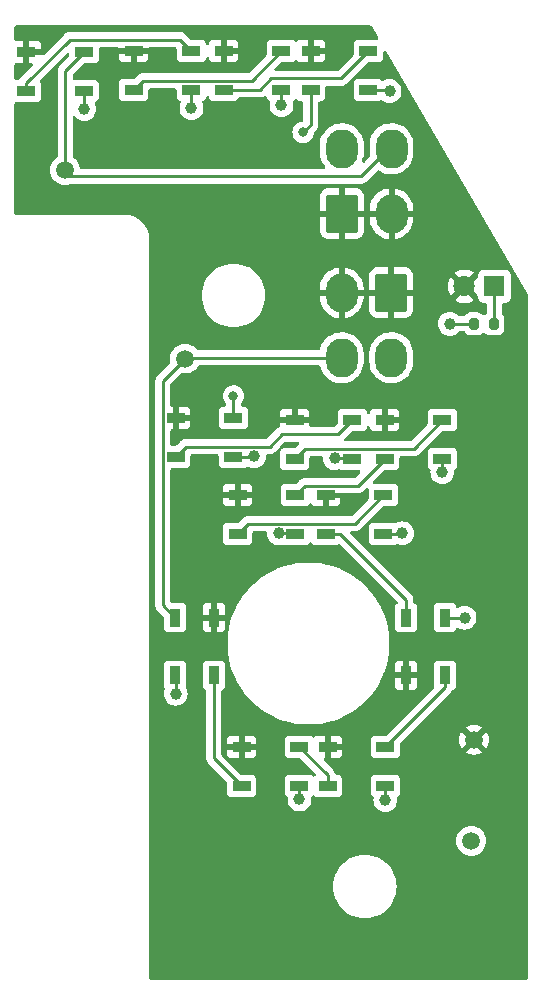
<source format=gbr>
%TF.GenerationSoftware,KiCad,Pcbnew,7.0.1*%
%TF.CreationDate,2023-04-21T20:57:44-08:00*%
%TF.ProjectId,AV COOL PANEL,41562043-4f4f-44c2-9050-414e454c2e6b,3*%
%TF.SameCoordinates,Original*%
%TF.FileFunction,Copper,L1,Top*%
%TF.FilePolarity,Positive*%
%FSLAX46Y46*%
G04 Gerber Fmt 4.6, Leading zero omitted, Abs format (unit mm)*
G04 Created by KiCad (PCBNEW 7.0.1) date 2023-04-21 20:57:44*
%MOMM*%
%LPD*%
G01*
G04 APERTURE LIST*
G04 Aperture macros list*
%AMRoundRect*
0 Rectangle with rounded corners*
0 $1 Rounding radius*
0 $2 $3 $4 $5 $6 $7 $8 $9 X,Y pos of 4 corners*
0 Add a 4 corners polygon primitive as box body*
4,1,4,$2,$3,$4,$5,$6,$7,$8,$9,$2,$3,0*
0 Add four circle primitives for the rounded corners*
1,1,$1+$1,$2,$3*
1,1,$1+$1,$4,$5*
1,1,$1+$1,$6,$7*
1,1,$1+$1,$8,$9*
0 Add four rect primitives between the rounded corners*
20,1,$1+$1,$2,$3,$4,$5,0*
20,1,$1+$1,$4,$5,$6,$7,0*
20,1,$1+$1,$6,$7,$8,$9,0*
20,1,$1+$1,$8,$9,$2,$3,0*%
G04 Aperture macros list end*
%TA.AperFunction,ComponentPad*%
%ADD10RoundRect,0.250001X1.099999X1.399999X-1.099999X1.399999X-1.099999X-1.399999X1.099999X-1.399999X0*%
%TD*%
%TA.AperFunction,ComponentPad*%
%ADD11O,2.700000X3.300000*%
%TD*%
%TA.AperFunction,SMDPad,CuDef*%
%ADD12R,1.500000X0.900000*%
%TD*%
%TA.AperFunction,SMDPad,CuDef*%
%ADD13R,0.900000X1.500000*%
%TD*%
%TA.AperFunction,ComponentPad*%
%ADD14C,1.500000*%
%TD*%
%TA.AperFunction,SMDPad,CuDef*%
%ADD15RoundRect,0.200000X0.200000X0.275000X-0.200000X0.275000X-0.200000X-0.275000X0.200000X-0.275000X0*%
%TD*%
%TA.AperFunction,ComponentPad*%
%ADD16RoundRect,0.250001X-1.099999X-1.399999X1.099999X-1.399999X1.099999X1.399999X-1.099999X1.399999X0*%
%TD*%
%TA.AperFunction,ComponentPad*%
%ADD17R,1.800000X1.800000*%
%TD*%
%TA.AperFunction,ComponentPad*%
%ADD18C,1.800000*%
%TD*%
%TA.AperFunction,ViaPad*%
%ADD19C,1.000000*%
%TD*%
%TA.AperFunction,ViaPad*%
%ADD20C,1.500000*%
%TD*%
%TA.AperFunction,ViaPad*%
%ADD21C,0.800000*%
%TD*%
%TA.AperFunction,Conductor*%
%ADD22C,0.250000*%
%TD*%
G04 APERTURE END LIST*
D10*
%TO.P,J2,1,Pin_1*%
%TO.N,+5V*%
X241200000Y-57680000D03*
D11*
%TO.P,J2,2,Pin_3*%
X237000000Y-57680000D03*
%TO.P,J2,3,Pin_2*%
%TO.N,GND*%
X241200000Y-63180000D03*
%TO.P,J2,4,Pin_4*%
%TO.N,DATA OUT*%
X237000000Y-63180000D03*
%TD*%
D12*
%TO.P,D2,1,VDD*%
%TO.N,+5V*%
X210312000Y-37288000D03*
%TO.P,D2,2,DOUT*%
%TO.N,Net-(D2-DOUT)*%
X210312000Y-40588000D03*
%TO.P,D2,3,VSS*%
%TO.N,GND*%
X215212000Y-40588000D03*
%TO.P,D2,4,DIN*%
%TO.N,DATA IN*%
X215212000Y-37288000D03*
%TD*%
%TO.P,D3,1,VDD*%
%TO.N,+5V*%
X219382000Y-37212000D03*
%TO.P,D3,2,DOUT*%
%TO.N,Net-(D3-DOUT)*%
X219382000Y-40512000D03*
%TO.P,D3,3,VSS*%
%TO.N,GND*%
X224282000Y-40512000D03*
%TO.P,D3,4,DIN*%
%TO.N,Net-(D2-DOUT)*%
X224282000Y-37212000D03*
%TD*%
%TO.P,D4,1,VDD*%
%TO.N,+5V*%
X227002000Y-37212000D03*
%TO.P,D4,2,DOUT*%
%TO.N,Net-(D4-DOUT)*%
X227002000Y-40512000D03*
%TO.P,D4,3,VSS*%
%TO.N,GND*%
X231902000Y-40512000D03*
%TO.P,D4,4,DIN*%
%TO.N,Net-(D3-DOUT)*%
X231902000Y-37212000D03*
%TD*%
%TO.P,D5,1,VDD*%
%TO.N,+5V*%
X234368000Y-37212000D03*
%TO.P,D5,2,DOUT*%
%TO.N,/DATA1*%
X234368000Y-40512000D03*
%TO.P,D5,3,VSS*%
%TO.N,GND*%
X239268000Y-40512000D03*
%TO.P,D5,4,DIN*%
%TO.N,Net-(D4-DOUT)*%
X239268000Y-37212000D03*
%TD*%
%TO.P,D6,1,VDD*%
%TO.N,+5V*%
X222938000Y-68276000D03*
%TO.P,D6,2,DOUT*%
%TO.N,Net-(D6-DOUT)*%
X222938000Y-71576000D03*
%TO.P,D6,3,VSS*%
%TO.N,GND*%
X227838000Y-71576000D03*
%TO.P,D6,4,DIN*%
%TO.N,/DATA1*%
X227838000Y-68276000D03*
%TD*%
%TO.P,D7,1,VDD*%
%TO.N,+5V*%
X233008000Y-68454000D03*
%TO.P,D7,2,DOUT*%
%TO.N,Net-(D7-DOUT)*%
X233008000Y-71754000D03*
%TO.P,D7,3,VSS*%
%TO.N,GND*%
X237908000Y-71754000D03*
%TO.P,D7,4,DIN*%
%TO.N,Net-(D6-DOUT)*%
X237908000Y-68454000D03*
%TD*%
%TO.P,D8,1,VDD*%
%TO.N,+5V*%
X240628000Y-68454000D03*
%TO.P,D8,2,DOUT*%
%TO.N,Net-(D8-DOUT)*%
X240628000Y-71754000D03*
%TO.P,D8,3,VSS*%
%TO.N,GND*%
X245528000Y-71754000D03*
%TO.P,D8,4,DIN*%
%TO.N,Net-(D7-DOUT)*%
X245528000Y-68454000D03*
%TD*%
%TO.P,D9,1,VDD*%
%TO.N,+5V*%
X228182000Y-74804000D03*
%TO.P,D9,2,DOUT*%
%TO.N,Net-(D10-DIN)*%
X228182000Y-78104000D03*
%TO.P,D9,3,VSS*%
%TO.N,GND*%
X233082000Y-78104000D03*
%TO.P,D9,4,DIN*%
%TO.N,Net-(D8-DOUT)*%
X233082000Y-74804000D03*
%TD*%
%TO.P,D10,1,VDD*%
%TO.N,+5V*%
X235638000Y-74804000D03*
%TO.P,D10,2,DOUT*%
%TO.N,Net-(D10-DOUT)*%
X235638000Y-78104000D03*
%TO.P,D10,3,VSS*%
%TO.N,GND*%
X240538000Y-78104000D03*
%TO.P,D10,4,DIN*%
%TO.N,Net-(D10-DIN)*%
X240538000Y-74804000D03*
%TD*%
D13*
%TO.P,D11,1,VDD*%
%TO.N,+5V*%
X242444000Y-90080000D03*
%TO.P,D11,2,DOUT*%
%TO.N,Net-(D11-DOUT)*%
X245744000Y-90080000D03*
%TO.P,D11,3,VSS*%
%TO.N,GND*%
X245744000Y-85180000D03*
%TO.P,D11,4,DIN*%
%TO.N,Net-(D10-DOUT)*%
X242444000Y-85180000D03*
%TD*%
D12*
%TO.P,D12,1,VDD*%
%TO.N,+5V*%
X235802000Y-96140000D03*
%TO.P,D12,2,DOUT*%
%TO.N,Net-(D12-DOUT)*%
X235802000Y-99440000D03*
%TO.P,D12,3,VSS*%
%TO.N,GND*%
X240702000Y-99440000D03*
%TO.P,D12,4,DIN*%
%TO.N,Net-(D11-DOUT)*%
X240702000Y-96140000D03*
%TD*%
%TO.P,D13,1,VDD*%
%TO.N,+5V*%
X228526000Y-96140000D03*
%TO.P,D13,2,DOUT*%
%TO.N,Net-(D13-DOUT)*%
X228526000Y-99440000D03*
%TO.P,D13,3,VSS*%
%TO.N,GND*%
X233426000Y-99440000D03*
%TO.P,D13,4,DIN*%
%TO.N,Net-(D12-DOUT)*%
X233426000Y-96140000D03*
%TD*%
D13*
%TO.P,D14,1,VDD*%
%TO.N,+5V*%
X226186000Y-85180000D03*
%TO.P,D14,2,DOUT*%
%TO.N,DATA OUT*%
X222886000Y-85180000D03*
%TO.P,D14,3,VSS*%
%TO.N,GND*%
X222886000Y-90080000D03*
%TO.P,D14,4,DIN*%
%TO.N,Net-(D13-DOUT)*%
X226186000Y-90080000D03*
%TD*%
D14*
%TO.P,TP4,1,1*%
%TO.N,DATA OUT*%
X223740000Y-63250000D03*
%TD*%
%TO.P,TP2,1,1*%
%TO.N,GND*%
X247960000Y-104090000D03*
%TD*%
%TO.P,TP1,1,1*%
%TO.N,+5V*%
X248200000Y-95530000D03*
%TD*%
%TO.P,TP3,1,1*%
%TO.N,DATA IN*%
X213580000Y-47290000D03*
%TD*%
D15*
%TO.P,R1,1*%
%TO.N,Net-(D1-K)*%
X249875000Y-60310000D03*
%TO.P,R1,2*%
%TO.N,GND*%
X248225000Y-60310000D03*
%TD*%
D11*
%TO.P,J1,4,Pin_4*%
%TO.N,DATA IN*%
X241220000Y-45490000D03*
%TO.P,J1,3,Pin_2*%
%TO.N,GND*%
X237020000Y-45490000D03*
%TO.P,J1,2,Pin_3*%
%TO.N,+5V*%
X241220000Y-50990000D03*
D16*
%TO.P,J1,1,Pin_1*%
X237020000Y-50990000D03*
%TD*%
D17*
%TO.P,D1,1,K*%
%TO.N,Net-(D1-K)*%
X249935000Y-57140000D03*
D18*
%TO.P,D1,2,A*%
%TO.N,+5V*%
X247395000Y-57140000D03*
%TD*%
D19*
%TO.N,GND*%
X246160000Y-60310000D03*
D20*
%TO.N,+5V*%
X218310000Y-44670000D03*
D19*
%TO.N,GND*%
X224282000Y-42037000D03*
X240702000Y-100621000D03*
X236398000Y-71704000D03*
X215212000Y-42111000D03*
X231902000Y-41783000D03*
X242138000Y-78054000D03*
X231699000Y-78054000D03*
X241050000Y-40600000D03*
X222936000Y-91618000D03*
X247400000Y-85190000D03*
X233426000Y-100584000D03*
X229591000Y-71526000D03*
X245528000Y-72861000D03*
D21*
%TO.N,/DATA1*%
X233730000Y-44090000D03*
X227838000Y-66421000D03*
%TD*%
D22*
%TO.N,DATA IN*%
X213580000Y-47810000D02*
X213580000Y-38920000D01*
X213580000Y-38920000D02*
X215212000Y-37288000D01*
X238660000Y-47810000D02*
X213580000Y-47810000D01*
X241190000Y-45280000D02*
X238660000Y-47810000D01*
%TO.N,DATA OUT*%
X223790000Y-63200000D02*
X236980000Y-63200000D01*
X236980000Y-63200000D02*
X237000000Y-63180000D01*
X221863000Y-84157000D02*
X221863000Y-65127000D01*
X221863000Y-65127000D02*
X223790000Y-63200000D01*
X222886000Y-85180000D02*
X221863000Y-84157000D01*
%TO.N,Net-(D10-DOUT)*%
X242444000Y-83674000D02*
X242444000Y-84910000D01*
X236874000Y-78104000D02*
X242444000Y-83674000D01*
X235638000Y-78104000D02*
X236874000Y-78104000D01*
%TO.N,GND*%
X245754000Y-85190000D02*
X245744000Y-85180000D01*
X247400000Y-85190000D02*
X245754000Y-85190000D01*
%TO.N,Net-(D1-K)*%
X249935000Y-60250000D02*
X249935000Y-57140000D01*
%TO.N,GND*%
X246160000Y-60310000D02*
X248225000Y-60310000D01*
X222936000Y-91618000D02*
X222936000Y-90130000D01*
%TO.N,Net-(D13-DOUT)*%
X228526000Y-99440000D02*
X226186000Y-97100000D01*
X226186000Y-97100000D02*
X226186000Y-90080000D01*
%TO.N,GND*%
X233426000Y-99440000D02*
X233426000Y-100584000D01*
%TO.N,Net-(D12-DOUT)*%
X235802000Y-99440000D02*
X235802000Y-98516000D01*
X235802000Y-98516000D02*
X233426000Y-96140000D01*
%TO.N,GND*%
X240702000Y-99440000D02*
X240702000Y-100621000D01*
%TO.N,Net-(D11-DOUT)*%
X245744000Y-91098000D02*
X240702000Y-96140000D01*
X245744000Y-90080000D02*
X245744000Y-91098000D01*
%TO.N,GND*%
X231699000Y-78054000D02*
X233032000Y-78054000D01*
X242088000Y-78104000D02*
X242138000Y-78054000D01*
X240538000Y-78104000D02*
X242088000Y-78104000D01*
%TO.N,Net-(D10-DIN)*%
X228182000Y-78104000D02*
X229057000Y-77229000D01*
X229057000Y-77229000D02*
X238113000Y-77229000D01*
X238113000Y-77229000D02*
X240538000Y-74804000D01*
%TO.N,Net-(D8-DOUT)*%
X238353000Y-74029000D02*
X233857000Y-74029000D01*
X240628000Y-71754000D02*
X238353000Y-74029000D01*
X233857000Y-74029000D02*
X233082000Y-74804000D01*
%TO.N,GND*%
X245528000Y-71754000D02*
X245528000Y-72861000D01*
X236398000Y-71704000D02*
X237858000Y-71704000D01*
%TO.N,Net-(D7-DOUT)*%
X243103000Y-70879000D02*
X245528000Y-68454000D01*
X233008000Y-71754000D02*
X233883000Y-70879000D01*
X233883000Y-70879000D02*
X243103000Y-70879000D01*
%TO.N,Net-(D6-DOUT)*%
X236692000Y-69670000D02*
X237908000Y-68454000D01*
X230899000Y-70701000D02*
X231930000Y-69670000D01*
X223813000Y-70701000D02*
X230899000Y-70701000D01*
X231930000Y-69670000D02*
X236692000Y-69670000D01*
X222938000Y-71576000D02*
X223813000Y-70701000D01*
%TO.N,GND*%
X229541000Y-71576000D02*
X229591000Y-71526000D01*
X227838000Y-71576000D02*
X229541000Y-71576000D01*
%TO.N,/DATA1*%
X227838000Y-66421000D02*
X227838000Y-68276000D01*
X234368000Y-43452000D02*
X234368000Y-40512000D01*
X233730000Y-44090000D02*
X234368000Y-43452000D01*
%TO.N,GND*%
X215212000Y-40588000D02*
X215212000Y-42111000D01*
X224282000Y-40512000D02*
X224282000Y-42037000D01*
X231902000Y-40512000D02*
X231902000Y-41783000D01*
X240962000Y-40512000D02*
X241050000Y-40600000D01*
X239268000Y-40512000D02*
X240962000Y-40512000D01*
%TO.N,Net-(D4-DOUT)*%
X236960000Y-39520000D02*
X239268000Y-37212000D01*
X231044000Y-39520000D02*
X236960000Y-39520000D01*
X230052000Y-40512000D02*
X231044000Y-39520000D01*
X227002000Y-40512000D02*
X230052000Y-40512000D01*
%TO.N,Net-(D2-DOUT)*%
X213960000Y-36240000D02*
X223310000Y-36240000D01*
X223310000Y-36240000D02*
X224282000Y-37212000D01*
X210312000Y-39888000D02*
X213960000Y-36240000D01*
X210312000Y-40588000D02*
X210312000Y-39888000D01*
%TO.N,Net-(D3-DOUT)*%
X229377000Y-39737000D02*
X231902000Y-37212000D01*
X220157000Y-39737000D02*
X229377000Y-39737000D01*
X219382000Y-40512000D02*
X220157000Y-39737000D01*
%TD*%
%TA.AperFunction,Conductor*%
%TO.N,+5V*%
G36*
X239479098Y-35061224D02*
G01*
X239525174Y-35106957D01*
X240084081Y-36063957D01*
X240101276Y-36127029D01*
X240084553Y-36190228D01*
X240038413Y-36236541D01*
X239975277Y-36253500D01*
X238469362Y-36253500D01*
X238408799Y-36260011D01*
X238271794Y-36311111D01*
X238154738Y-36398738D01*
X238067111Y-36515794D01*
X238016011Y-36652799D01*
X238009500Y-36713362D01*
X238009500Y-37522406D01*
X237999909Y-37570624D01*
X237972595Y-37611501D01*
X236734500Y-38849595D01*
X236693623Y-38876909D01*
X236645405Y-38886500D01*
X231427594Y-38886500D01*
X231370391Y-38872767D01*
X231325658Y-38834561D01*
X231303145Y-38780211D01*
X231307761Y-38721564D01*
X231338499Y-38671405D01*
X231802499Y-38207405D01*
X231843376Y-38180091D01*
X231891594Y-38170500D01*
X232700638Y-38170500D01*
X232761201Y-38163989D01*
X232898204Y-38112889D01*
X233015261Y-38025261D01*
X233034444Y-37999636D01*
X233078912Y-37962473D01*
X233135312Y-37949145D01*
X233191712Y-37962473D01*
X233236180Y-37999636D01*
X233255095Y-38024904D01*
X233372037Y-38112445D01*
X233508906Y-38163494D01*
X233569411Y-38170000D01*
X234114000Y-38170000D01*
X234114000Y-37466000D01*
X234622000Y-37466000D01*
X234622000Y-38170000D01*
X235166589Y-38170000D01*
X235227093Y-38163494D01*
X235363962Y-38112445D01*
X235480904Y-38024904D01*
X235568445Y-37907962D01*
X235619494Y-37771093D01*
X235626000Y-37710589D01*
X235626000Y-37466000D01*
X234622000Y-37466000D01*
X234114000Y-37466000D01*
X234114000Y-36254000D01*
X234622000Y-36254000D01*
X234622000Y-36958000D01*
X235626000Y-36958000D01*
X235626000Y-36713411D01*
X235619494Y-36652906D01*
X235568445Y-36516037D01*
X235480904Y-36399095D01*
X235363962Y-36311554D01*
X235227093Y-36260505D01*
X235166589Y-36254000D01*
X234622000Y-36254000D01*
X234114000Y-36254000D01*
X233569411Y-36254000D01*
X233508906Y-36260505D01*
X233372037Y-36311554D01*
X233255096Y-36399094D01*
X233236180Y-36424364D01*
X233191711Y-36461527D01*
X233135312Y-36474854D01*
X233078912Y-36461526D01*
X233034444Y-36424363D01*
X233015261Y-36398738D01*
X232898205Y-36311111D01*
X232800725Y-36274753D01*
X232761201Y-36260011D01*
X232700638Y-36253500D01*
X231103362Y-36253500D01*
X231042799Y-36260011D01*
X230905794Y-36311111D01*
X230788738Y-36398738D01*
X230701111Y-36515794D01*
X230650011Y-36652799D01*
X230643500Y-36713362D01*
X230643500Y-37522405D01*
X230633909Y-37570623D01*
X230606595Y-37611500D01*
X229151500Y-39066595D01*
X229110623Y-39093909D01*
X229062405Y-39103500D01*
X220240854Y-39103500D01*
X220220064Y-39101204D01*
X220149002Y-39103438D01*
X220145044Y-39103500D01*
X220117142Y-39103500D01*
X220113134Y-39104006D01*
X220101313Y-39104936D01*
X220057109Y-39106325D01*
X220037653Y-39111978D01*
X220018301Y-39115986D01*
X219998200Y-39118526D01*
X219957094Y-39134800D01*
X219945870Y-39138643D01*
X219903405Y-39150981D01*
X219885960Y-39161297D01*
X219868217Y-39169989D01*
X219849384Y-39177446D01*
X219813616Y-39203433D01*
X219803697Y-39209949D01*
X219765636Y-39232458D01*
X219751311Y-39246783D01*
X219736284Y-39259617D01*
X219719894Y-39271525D01*
X219691706Y-39305598D01*
X219683719Y-39314375D01*
X219481501Y-39516595D01*
X219440623Y-39543909D01*
X219392405Y-39553500D01*
X218583362Y-39553500D01*
X218522799Y-39560011D01*
X218385794Y-39611111D01*
X218268738Y-39698738D01*
X218181111Y-39815794D01*
X218152765Y-39891794D01*
X218130011Y-39952799D01*
X218123500Y-40013362D01*
X218123500Y-41010638D01*
X218130011Y-41071201D01*
X218144613Y-41110350D01*
X218181111Y-41208205D01*
X218268738Y-41325261D01*
X218385794Y-41412888D01*
X218385795Y-41412888D01*
X218385796Y-41412889D01*
X218522799Y-41463989D01*
X218583362Y-41470500D01*
X220180638Y-41470500D01*
X220241201Y-41463989D01*
X220378204Y-41412889D01*
X220495261Y-41325261D01*
X220582889Y-41208204D01*
X220633989Y-41071201D01*
X220640500Y-41010638D01*
X220640500Y-40496500D01*
X220657381Y-40433500D01*
X220703500Y-40387381D01*
X220766500Y-40370500D01*
X222897500Y-40370500D01*
X222960500Y-40387381D01*
X223006619Y-40433500D01*
X223023500Y-40496500D01*
X223023500Y-41010638D01*
X223030011Y-41071201D01*
X223044613Y-41110350D01*
X223081111Y-41208205D01*
X223168738Y-41325261D01*
X223285794Y-41412888D01*
X223285795Y-41412888D01*
X223285796Y-41412889D01*
X223305405Y-41420203D01*
X223306081Y-41420455D01*
X223362692Y-41462701D01*
X223387673Y-41528772D01*
X223373173Y-41597905D01*
X223345758Y-41649196D01*
X223288091Y-41839298D01*
X223268619Y-42036999D01*
X223288091Y-42234701D01*
X223345758Y-42424802D01*
X223439406Y-42600007D01*
X223565431Y-42753568D01*
X223718992Y-42879593D01*
X223718996Y-42879595D01*
X223894196Y-42973241D01*
X223989247Y-43002074D01*
X224084298Y-43030908D01*
X224282000Y-43050380D01*
X224479701Y-43030908D01*
X224669804Y-42973241D01*
X224845004Y-42879595D01*
X224845005Y-42879593D01*
X224845007Y-42879593D01*
X224998568Y-42753568D01*
X225124593Y-42600007D01*
X225124595Y-42600004D01*
X225218241Y-42424804D01*
X225275908Y-42234701D01*
X225295380Y-42037000D01*
X225287788Y-41959922D01*
X225275908Y-41839298D01*
X225218242Y-41649200D01*
X225218241Y-41649196D01*
X225190824Y-41597903D01*
X225176325Y-41528776D01*
X225201305Y-41462703D01*
X225257917Y-41420456D01*
X225278204Y-41412889D01*
X225395261Y-41325261D01*
X225395260Y-41325261D01*
X225482889Y-41208204D01*
X225523945Y-41098129D01*
X225558136Y-41048127D01*
X225611712Y-41019858D01*
X225672288Y-41019858D01*
X225725864Y-41048127D01*
X225760054Y-41098129D01*
X225778358Y-41147201D01*
X225801111Y-41208205D01*
X225888738Y-41325261D01*
X226005794Y-41412888D01*
X226005795Y-41412888D01*
X226005796Y-41412889D01*
X226142799Y-41463989D01*
X226203362Y-41470500D01*
X227800638Y-41470500D01*
X227861201Y-41463989D01*
X227998204Y-41412889D01*
X228056732Y-41369074D01*
X228115260Y-41325262D01*
X228115261Y-41325261D01*
X228202889Y-41208204D01*
X228202889Y-41208201D01*
X228212030Y-41195992D01*
X228256499Y-41158828D01*
X228312899Y-41145500D01*
X229968147Y-41145500D01*
X229988935Y-41147795D01*
X229991907Y-41147701D01*
X229991909Y-41147702D01*
X230059985Y-41145562D01*
X230063945Y-41145500D01*
X230091852Y-41145500D01*
X230091856Y-41145500D01*
X230095865Y-41144993D01*
X230107699Y-41144061D01*
X230151889Y-41142673D01*
X230171338Y-41137021D01*
X230190698Y-41133012D01*
X230210797Y-41130474D01*
X230251915Y-41114193D01*
X230263117Y-41110357D01*
X230305593Y-41098018D01*
X230323039Y-41087699D01*
X230340780Y-41079009D01*
X230359617Y-41071552D01*
X230395392Y-41045558D01*
X230405303Y-41039048D01*
X230443362Y-41016542D01*
X230443362Y-41016541D01*
X230457066Y-41008438D01*
X230457583Y-41009312D01*
X230493981Y-40987714D01*
X230556265Y-40985488D01*
X230611996Y-41013383D01*
X230647541Y-41064577D01*
X230650010Y-41071198D01*
X230650011Y-41071201D01*
X230678358Y-41147201D01*
X230701111Y-41208205D01*
X230788738Y-41325261D01*
X230879584Y-41393267D01*
X230913381Y-41431459D01*
X230929270Y-41479919D01*
X230924650Y-41530708D01*
X230908091Y-41585297D01*
X230888619Y-41782999D01*
X230908091Y-41980701D01*
X230965758Y-42170802D01*
X231059406Y-42346007D01*
X231185431Y-42499568D01*
X231338992Y-42625593D01*
X231338996Y-42625595D01*
X231514196Y-42719241D01*
X231609247Y-42748074D01*
X231704298Y-42776908D01*
X231902000Y-42796380D01*
X232099701Y-42776908D01*
X232289804Y-42719241D01*
X232465004Y-42625595D01*
X232465005Y-42625593D01*
X232465007Y-42625593D01*
X232618568Y-42499568D01*
X232744593Y-42346007D01*
X232744595Y-42346004D01*
X232838241Y-42170804D01*
X232895908Y-41980701D01*
X232915380Y-41783000D01*
X232895908Y-41585299D01*
X232879348Y-41530710D01*
X232874727Y-41479923D01*
X232890617Y-41431461D01*
X232924413Y-41393268D01*
X233015261Y-41325261D01*
X233034132Y-41300051D01*
X233078600Y-41262890D01*
X233135000Y-41249562D01*
X233191400Y-41262890D01*
X233235867Y-41300051D01*
X233254739Y-41325261D01*
X233254740Y-41325261D01*
X233254741Y-41325263D01*
X233371794Y-41412888D01*
X233371795Y-41412888D01*
X233371796Y-41412889D01*
X233508799Y-41463989D01*
X233569362Y-41470500D01*
X233608500Y-41470500D01*
X233671500Y-41487381D01*
X233717619Y-41533500D01*
X233734500Y-41596500D01*
X233734500Y-43058214D01*
X233721748Y-43113449D01*
X233686074Y-43157503D01*
X233634697Y-43181461D01*
X233634514Y-43181500D01*
X233634513Y-43181500D01*
X233570691Y-43195065D01*
X233447711Y-43221206D01*
X233273246Y-43298883D01*
X233118747Y-43411133D01*
X232990958Y-43553057D01*
X232895472Y-43718443D01*
X232836458Y-43900070D01*
X232816496Y-44090000D01*
X232836458Y-44279929D01*
X232895472Y-44461556D01*
X232990958Y-44626942D01*
X232990960Y-44626944D01*
X233118747Y-44768866D01*
X233273248Y-44881118D01*
X233447712Y-44958794D01*
X233634513Y-44998500D01*
X233825485Y-44998500D01*
X233825487Y-44998500D01*
X234012288Y-44958794D01*
X234186752Y-44881118D01*
X234341253Y-44768866D01*
X234469040Y-44626944D01*
X234564527Y-44461556D01*
X234623542Y-44279928D01*
X234640907Y-44114700D01*
X234652491Y-44073631D01*
X234677119Y-44038783D01*
X234756658Y-43959244D01*
X234772979Y-43946170D01*
X234775014Y-43944002D01*
X234775018Y-43944000D01*
X234821677Y-43894311D01*
X234824368Y-43891534D01*
X234844134Y-43871770D01*
X234846605Y-43868583D01*
X234854312Y-43859559D01*
X234884586Y-43827321D01*
X234894343Y-43809570D01*
X234905199Y-43793043D01*
X234917613Y-43777041D01*
X234935172Y-43736461D01*
X234940392Y-43725809D01*
X234961694Y-43687061D01*
X234961695Y-43687060D01*
X234966732Y-43667439D01*
X234973138Y-43648730D01*
X234981181Y-43630144D01*
X234986057Y-43599354D01*
X234988096Y-43586477D01*
X234990504Y-43574853D01*
X235001500Y-43532029D01*
X235001500Y-43511776D01*
X235003051Y-43492066D01*
X235006220Y-43472057D01*
X235002059Y-43428039D01*
X235001500Y-43416181D01*
X235001500Y-41596500D01*
X235018381Y-41533500D01*
X235064500Y-41487381D01*
X235127500Y-41470500D01*
X235166638Y-41470500D01*
X235227201Y-41463989D01*
X235364204Y-41412889D01*
X235481261Y-41325261D01*
X235568889Y-41208204D01*
X235619989Y-41071201D01*
X235626500Y-41010638D01*
X238009500Y-41010638D01*
X238016011Y-41071201D01*
X238030613Y-41110350D01*
X238067111Y-41208205D01*
X238154738Y-41325261D01*
X238271794Y-41412888D01*
X238271795Y-41412888D01*
X238271796Y-41412889D01*
X238408799Y-41463989D01*
X238469362Y-41470500D01*
X240066638Y-41470500D01*
X240127201Y-41463989D01*
X240264204Y-41412889D01*
X240282705Y-41399038D01*
X240333265Y-41376401D01*
X240388649Y-41377637D01*
X240438148Y-41402506D01*
X240486996Y-41442595D01*
X240662196Y-41536241D01*
X240729532Y-41556667D01*
X240852298Y-41593908D01*
X241049999Y-41613380D01*
X241049999Y-41613379D01*
X241050000Y-41613380D01*
X241247701Y-41593908D01*
X241437804Y-41536241D01*
X241613004Y-41442595D01*
X241613005Y-41442593D01*
X241613007Y-41442593D01*
X241766568Y-41316568D01*
X241892593Y-41163007D01*
X241900774Y-41147702D01*
X241986241Y-40987804D01*
X242043908Y-40797701D01*
X242063380Y-40600000D01*
X242043908Y-40402299D01*
X241986241Y-40212196D01*
X241892595Y-40036996D01*
X241892593Y-40036992D01*
X241766568Y-39883431D01*
X241613007Y-39757406D01*
X241437802Y-39663758D01*
X241247701Y-39606091D01*
X241049999Y-39586619D01*
X240852298Y-39606091D01*
X240662197Y-39663758D01*
X240538267Y-39730000D01*
X240481117Y-39744858D01*
X240423474Y-39732047D01*
X240395994Y-39709286D01*
X240395764Y-39709595D01*
X240264205Y-39611111D01*
X240165312Y-39574226D01*
X240127201Y-39560011D01*
X240066638Y-39553500D01*
X238469362Y-39553500D01*
X238408799Y-39560011D01*
X238271794Y-39611111D01*
X238154738Y-39698738D01*
X238067111Y-39815794D01*
X238038765Y-39891794D01*
X238016011Y-39952799D01*
X238009500Y-40013362D01*
X238009500Y-41010638D01*
X235626500Y-41010638D01*
X235626500Y-40279500D01*
X235643381Y-40216500D01*
X235689500Y-40170381D01*
X235752500Y-40153500D01*
X236876147Y-40153500D01*
X236896935Y-40155795D01*
X236899907Y-40155701D01*
X236899909Y-40155702D01*
X236967985Y-40153562D01*
X236971945Y-40153500D01*
X236999852Y-40153500D01*
X236999856Y-40153500D01*
X237003865Y-40152993D01*
X237015699Y-40152061D01*
X237059889Y-40150673D01*
X237079338Y-40145021D01*
X237098698Y-40141012D01*
X237118797Y-40138474D01*
X237159915Y-40122193D01*
X237171117Y-40118357D01*
X237213593Y-40106018D01*
X237231039Y-40095699D01*
X237248780Y-40087009D01*
X237267617Y-40079552D01*
X237303392Y-40053558D01*
X237313303Y-40047048D01*
X237351362Y-40024542D01*
X237365691Y-40010212D01*
X237380719Y-39997377D01*
X237397107Y-39985472D01*
X237425298Y-39951393D01*
X237433268Y-39942634D01*
X239168500Y-38207404D01*
X239209378Y-38180091D01*
X239257596Y-38170500D01*
X240066638Y-38170500D01*
X240127201Y-38163989D01*
X240264204Y-38112889D01*
X240381261Y-38025261D01*
X240468889Y-37908204D01*
X240519989Y-37771201D01*
X240526500Y-37710638D01*
X240526500Y-37287090D01*
X240543318Y-37224199D01*
X240589282Y-37178097D01*
X240652123Y-37161091D01*
X240715064Y-37177720D01*
X240761303Y-37223546D01*
X245843720Y-45926025D01*
X252720258Y-57700527D01*
X252737454Y-57764070D01*
X252737454Y-115705541D01*
X252720573Y-115768541D01*
X252674454Y-115814660D01*
X252611454Y-115831541D01*
X220844436Y-115831541D01*
X220781436Y-115814660D01*
X220735317Y-115768541D01*
X220718436Y-115705541D01*
X220718445Y-108905818D01*
X220718446Y-107950009D01*
X236255101Y-107950009D01*
X236274753Y-108274906D01*
X236333424Y-108595064D01*
X236430260Y-108905821D01*
X236563843Y-109202629D01*
X236732232Y-109481182D01*
X236932973Y-109737407D01*
X237163121Y-109967555D01*
X237419346Y-110168296D01*
X237538091Y-110240079D01*
X237697896Y-110336684D01*
X237994711Y-110470270D01*
X238305463Y-110567104D01*
X238625621Y-110625774D01*
X238625622Y-110625775D01*
X238869215Y-110640510D01*
X238869216Y-110640510D01*
X239031822Y-110640510D01*
X239031823Y-110640510D01*
X239153618Y-110633142D01*
X239275416Y-110625775D01*
X239595575Y-110567104D01*
X239906327Y-110470270D01*
X240203142Y-110336684D01*
X240481691Y-110168296D01*
X240737912Y-109967559D01*
X240968068Y-109737403D01*
X241168805Y-109481182D01*
X241337193Y-109202633D01*
X241470779Y-108905818D01*
X241567613Y-108595066D01*
X241626284Y-108274907D01*
X241645937Y-107950010D01*
X241626284Y-107625113D01*
X241567613Y-107304954D01*
X241470779Y-106994202D01*
X241337193Y-106697387D01*
X241240588Y-106537582D01*
X241168805Y-106418837D01*
X240968064Y-106162612D01*
X240737916Y-105932464D01*
X240481691Y-105731723D01*
X240285260Y-105612978D01*
X240203142Y-105563336D01*
X240203138Y-105563334D01*
X239906330Y-105429751D01*
X239595573Y-105332915D01*
X239275415Y-105274244D01*
X239031823Y-105259510D01*
X239031822Y-105259510D01*
X238869216Y-105259510D01*
X238869215Y-105259510D01*
X238625622Y-105274244D01*
X238305464Y-105332915D01*
X237994707Y-105429751D01*
X237697899Y-105563334D01*
X237419346Y-105731723D01*
X237163121Y-105932464D01*
X236932973Y-106162612D01*
X236732232Y-106418837D01*
X236563843Y-106697390D01*
X236430260Y-106994198D01*
X236333424Y-107304955D01*
X236274753Y-107625113D01*
X236255101Y-107950009D01*
X220718446Y-107950009D01*
X220718451Y-104089999D01*
X246696693Y-104089999D01*
X246715885Y-104309375D01*
X246772879Y-104522074D01*
X246865943Y-104721653D01*
X246992253Y-104902041D01*
X247147958Y-105057746D01*
X247147961Y-105057748D01*
X247147962Y-105057749D01*
X247328346Y-105184056D01*
X247527924Y-105277120D01*
X247621707Y-105302249D01*
X247740624Y-105334114D01*
X247740625Y-105334114D01*
X247740629Y-105334115D01*
X247960000Y-105353307D01*
X248179371Y-105334115D01*
X248183850Y-105332915D01*
X248204509Y-105327379D01*
X248392076Y-105277120D01*
X248591654Y-105184056D01*
X248772038Y-105057749D01*
X248927749Y-104902038D01*
X249054056Y-104721654D01*
X249147120Y-104522076D01*
X249204115Y-104309371D01*
X249223307Y-104090000D01*
X249204115Y-103870629D01*
X249147120Y-103657924D01*
X249054056Y-103458347D01*
X248927749Y-103277962D01*
X248927748Y-103277961D01*
X248927746Y-103277958D01*
X248772041Y-103122253D01*
X248591653Y-102995943D01*
X248392074Y-102902879D01*
X248179375Y-102845885D01*
X247960000Y-102826693D01*
X247740624Y-102845885D01*
X247527925Y-102902879D01*
X247328347Y-102995943D01*
X247147958Y-103122253D01*
X246992253Y-103277958D01*
X246865943Y-103458347D01*
X246772879Y-103657925D01*
X246715885Y-103870624D01*
X246696693Y-104089999D01*
X220718451Y-104089999D01*
X220718468Y-91618000D01*
X221922619Y-91618000D01*
X221942091Y-91815701D01*
X221999758Y-92005802D01*
X222093406Y-92181007D01*
X222219431Y-92334568D01*
X222372992Y-92460593D01*
X222372996Y-92460595D01*
X222548196Y-92554241D01*
X222643247Y-92583074D01*
X222738298Y-92611908D01*
X222935999Y-92631380D01*
X222935999Y-92631379D01*
X222936000Y-92631380D01*
X223133701Y-92611908D01*
X223323804Y-92554241D01*
X223499004Y-92460595D01*
X223499005Y-92460593D01*
X223499007Y-92460593D01*
X223652568Y-92334568D01*
X223778593Y-92181007D01*
X223778595Y-92181004D01*
X223872241Y-92005804D01*
X223929908Y-91815701D01*
X223949380Y-91618000D01*
X223938731Y-91509880D01*
X223929908Y-91420298D01*
X223890391Y-91290030D01*
X223872241Y-91230196D01*
X223814943Y-91123000D01*
X223800348Y-91072032D01*
X223808010Y-91019575D01*
X223837989Y-90939201D01*
X223844500Y-90878638D01*
X225227500Y-90878638D01*
X225234011Y-90939200D01*
X225285111Y-91076205D01*
X225372737Y-91193260D01*
X225411768Y-91222478D01*
X225489796Y-91280889D01*
X225489797Y-91280889D01*
X225502008Y-91290030D01*
X225539172Y-91334499D01*
X225552500Y-91390899D01*
X225552500Y-97016147D01*
X225550204Y-97036935D01*
X225552438Y-97107986D01*
X225552500Y-97111945D01*
X225552500Y-97139857D01*
X225553007Y-97143873D01*
X225553937Y-97155696D01*
X225555326Y-97199892D01*
X225560977Y-97219341D01*
X225564986Y-97238696D01*
X225567525Y-97258794D01*
X225583801Y-97299903D01*
X225587644Y-97311130D01*
X225599980Y-97353590D01*
X225610294Y-97371030D01*
X225618987Y-97388774D01*
X225626448Y-97407617D01*
X225626449Y-97407619D01*
X225652431Y-97443380D01*
X225658948Y-97453301D01*
X225681458Y-97491363D01*
X225695778Y-97505683D01*
X225708618Y-97520716D01*
X225720526Y-97537105D01*
X225754598Y-97565292D01*
X225763378Y-97573282D01*
X227230595Y-99040500D01*
X227257909Y-99081377D01*
X227267500Y-99129595D01*
X227267500Y-99938638D01*
X227274011Y-99999200D01*
X227325111Y-100136205D01*
X227412738Y-100253261D01*
X227529794Y-100340888D01*
X227529795Y-100340888D01*
X227529796Y-100340889D01*
X227666799Y-100391989D01*
X227727362Y-100398500D01*
X229324638Y-100398500D01*
X229385201Y-100391989D01*
X229522204Y-100340889D01*
X229639261Y-100253261D01*
X229726889Y-100136204D01*
X229777989Y-99999201D01*
X229784500Y-99938638D01*
X232167500Y-99938638D01*
X232174011Y-99999200D01*
X232225111Y-100136205D01*
X232312737Y-100253260D01*
X232341959Y-100275135D01*
X232379255Y-100303054D01*
X232419050Y-100353118D01*
X232429139Y-100416272D01*
X232412619Y-100583999D01*
X232432091Y-100781701D01*
X232489758Y-100971802D01*
X232583406Y-101147007D01*
X232709431Y-101300568D01*
X232862992Y-101426593D01*
X232862996Y-101426595D01*
X233038196Y-101520241D01*
X233133247Y-101549074D01*
X233228298Y-101577908D01*
X233426000Y-101597380D01*
X233623701Y-101577908D01*
X233813804Y-101520241D01*
X233989004Y-101426595D01*
X233989005Y-101426593D01*
X233989007Y-101426593D01*
X234142568Y-101300568D01*
X234268593Y-101147007D01*
X234268595Y-101147004D01*
X234362241Y-100971804D01*
X234419908Y-100781701D01*
X234439380Y-100584000D01*
X234422860Y-100416272D01*
X234432949Y-100353119D01*
X234472742Y-100303056D01*
X234538492Y-100253836D01*
X234587216Y-100231585D01*
X234640782Y-100231586D01*
X234689508Y-100253838D01*
X234805794Y-100340888D01*
X234805795Y-100340888D01*
X234805796Y-100340889D01*
X234942799Y-100391989D01*
X235003362Y-100398500D01*
X236600638Y-100398500D01*
X236661201Y-100391989D01*
X236798204Y-100340889D01*
X236915261Y-100253261D01*
X237002889Y-100136204D01*
X237053989Y-99999201D01*
X237060500Y-99938638D01*
X239443500Y-99938638D01*
X239450011Y-99999200D01*
X239501111Y-100136205D01*
X239588737Y-100253260D01*
X239629396Y-100283696D01*
X239655253Y-100303053D01*
X239658648Y-100305594D01*
X239698444Y-100355659D01*
X239708533Y-100418813D01*
X239688619Y-100620999D01*
X239708091Y-100818701D01*
X239765758Y-101008802D01*
X239859406Y-101184007D01*
X239985431Y-101337568D01*
X240138992Y-101463593D01*
X240138996Y-101463595D01*
X240314196Y-101557241D01*
X240382326Y-101577908D01*
X240504298Y-101614908D01*
X240702000Y-101634380D01*
X240899701Y-101614908D01*
X241089804Y-101557241D01*
X241265004Y-101463595D01*
X241265005Y-101463593D01*
X241265007Y-101463593D01*
X241418568Y-101337568D01*
X241544593Y-101184007D01*
X241564370Y-101147007D01*
X241638241Y-101008804D01*
X241695908Y-100818701D01*
X241715380Y-100621000D01*
X241695908Y-100423299D01*
X241695907Y-100423297D01*
X241695466Y-100418814D01*
X241705555Y-100355659D01*
X241745348Y-100305596D01*
X241815261Y-100253261D01*
X241831488Y-100231585D01*
X241902888Y-100136205D01*
X241902887Y-100136205D01*
X241902889Y-100136204D01*
X241953989Y-99999201D01*
X241960500Y-99938638D01*
X241960500Y-98941362D01*
X241953989Y-98880799D01*
X241902889Y-98743796D01*
X241831487Y-98648414D01*
X241815261Y-98626738D01*
X241698205Y-98539111D01*
X241608318Y-98505585D01*
X241561201Y-98488011D01*
X241500638Y-98481500D01*
X239903362Y-98481500D01*
X239842799Y-98488011D01*
X239705794Y-98539111D01*
X239588738Y-98626738D01*
X239501111Y-98743794D01*
X239450011Y-98880799D01*
X239443500Y-98941362D01*
X239443500Y-99938638D01*
X237060500Y-99938638D01*
X237060500Y-98941362D01*
X237053989Y-98880799D01*
X237002889Y-98743796D01*
X236931487Y-98648414D01*
X236915261Y-98626738D01*
X236798205Y-98539111D01*
X236708318Y-98505585D01*
X236661201Y-98488011D01*
X236600638Y-98481500D01*
X236547260Y-98481500D01*
X236488884Y-98467161D01*
X236443794Y-98427408D01*
X236422253Y-98371289D01*
X236420474Y-98357203D01*
X236404197Y-98316092D01*
X236400358Y-98304882D01*
X236388018Y-98262406D01*
X236377700Y-98244961D01*
X236369008Y-98227216D01*
X236361552Y-98208383D01*
X236361551Y-98208381D01*
X236335564Y-98172613D01*
X236329046Y-98162690D01*
X236326714Y-98158747D01*
X236306542Y-98124637D01*
X236292213Y-98110308D01*
X236279376Y-98095277D01*
X236267473Y-98078893D01*
X236233406Y-98050711D01*
X236224626Y-98042721D01*
X235495000Y-97313095D01*
X235464262Y-97262936D01*
X235459646Y-97204289D01*
X235482159Y-97149939D01*
X235526892Y-97111733D01*
X235536598Y-97109402D01*
X235548000Y-97098001D01*
X235548000Y-96394000D01*
X236056000Y-96394000D01*
X236056000Y-97098000D01*
X236600589Y-97098000D01*
X236661093Y-97091494D01*
X236797962Y-97040445D01*
X236914904Y-96952904D01*
X237002445Y-96835962D01*
X237053494Y-96699093D01*
X237059995Y-96638638D01*
X239443500Y-96638638D01*
X239450011Y-96699200D01*
X239501111Y-96836205D01*
X239588738Y-96953261D01*
X239705794Y-97040888D01*
X239705795Y-97040888D01*
X239705796Y-97040889D01*
X239842799Y-97091989D01*
X239903362Y-97098500D01*
X241500638Y-97098500D01*
X241561201Y-97091989D01*
X241698204Y-97040889D01*
X241815261Y-96953261D01*
X241902889Y-96836204D01*
X241953989Y-96699201D01*
X241960500Y-96638638D01*
X241960500Y-96581198D01*
X247508012Y-96581198D01*
X247568595Y-96623620D01*
X247768094Y-96716649D01*
X247980715Y-96773619D01*
X248200000Y-96792804D01*
X248419284Y-96773619D01*
X248631904Y-96716649D01*
X248831405Y-96623619D01*
X248891986Y-96581198D01*
X248891986Y-96581197D01*
X248200000Y-95889210D01*
X248199999Y-95889210D01*
X247508012Y-96581196D01*
X247508012Y-96581198D01*
X241960500Y-96581198D01*
X241960500Y-95829594D01*
X241970091Y-95781376D01*
X241997405Y-95740499D01*
X242207905Y-95529999D01*
X246937195Y-95529999D01*
X246956380Y-95749284D01*
X247013350Y-95961905D01*
X247106379Y-96161403D01*
X247148801Y-96221986D01*
X247840789Y-95530000D01*
X248559210Y-95530000D01*
X249251197Y-96221986D01*
X249251198Y-96221986D01*
X249293619Y-96161405D01*
X249386649Y-95961904D01*
X249443619Y-95749284D01*
X249462804Y-95529999D01*
X249443619Y-95310715D01*
X249386649Y-95098095D01*
X249293620Y-94898597D01*
X249251198Y-94838012D01*
X249251196Y-94838012D01*
X248559210Y-95529999D01*
X248559210Y-95530000D01*
X247840789Y-95530000D01*
X247840789Y-95529999D01*
X247148801Y-94838011D01*
X247106378Y-94898598D01*
X247013351Y-95098092D01*
X246956380Y-95310715D01*
X246937195Y-95529999D01*
X242207905Y-95529999D01*
X243259103Y-94478801D01*
X247508011Y-94478801D01*
X248199999Y-95170789D01*
X248200000Y-95170789D01*
X248891986Y-94478801D01*
X248891986Y-94478800D01*
X248831403Y-94436379D01*
X248631905Y-94343350D01*
X248419284Y-94286380D01*
X248200000Y-94267195D01*
X247980715Y-94286380D01*
X247768092Y-94343351D01*
X247568598Y-94436378D01*
X247508011Y-94478801D01*
X243259103Y-94478801D01*
X244003375Y-93734529D01*
X246132659Y-91605244D01*
X246148980Y-91592169D01*
X246151014Y-91590001D01*
X246151018Y-91590000D01*
X246197660Y-91540329D01*
X246200351Y-91537552D01*
X246220135Y-91517770D01*
X246222621Y-91514564D01*
X246230310Y-91505561D01*
X246260586Y-91473321D01*
X246270342Y-91455571D01*
X246281195Y-91439050D01*
X246293614Y-91423041D01*
X246311175Y-91382454D01*
X246316388Y-91371814D01*
X246324793Y-91356526D01*
X246352828Y-91321890D01*
X246391170Y-91299177D01*
X246440204Y-91280889D01*
X246557261Y-91193261D01*
X246644889Y-91076204D01*
X246695989Y-90939201D01*
X246702500Y-90878638D01*
X246702500Y-89281362D01*
X246695989Y-89220799D01*
X246644889Y-89083796D01*
X246644888Y-89083794D01*
X246557261Y-88966738D01*
X246440205Y-88879111D01*
X246371702Y-88853561D01*
X246303201Y-88828011D01*
X246242638Y-88821500D01*
X245245362Y-88821500D01*
X245184799Y-88828011D01*
X245047794Y-88879111D01*
X244930738Y-88966738D01*
X244843111Y-89083794D01*
X244792011Y-89220799D01*
X244785500Y-89281362D01*
X244785500Y-90878638D01*
X244792011Y-90939200D01*
X244822088Y-91019840D01*
X244827152Y-91090655D01*
X244793127Y-91152967D01*
X240801500Y-95144595D01*
X240760623Y-95171909D01*
X240712405Y-95181500D01*
X239903362Y-95181500D01*
X239842799Y-95188011D01*
X239705794Y-95239111D01*
X239588738Y-95326738D01*
X239501111Y-95443794D01*
X239450011Y-95580799D01*
X239443500Y-95641362D01*
X239443500Y-96638638D01*
X237059995Y-96638638D01*
X237060000Y-96638589D01*
X237060000Y-96394000D01*
X236056000Y-96394000D01*
X235548000Y-96394000D01*
X235548000Y-95182000D01*
X236056000Y-95182000D01*
X236056000Y-95886000D01*
X237060000Y-95886000D01*
X237060000Y-95641411D01*
X237053494Y-95580906D01*
X237002445Y-95444037D01*
X236914904Y-95327095D01*
X236797962Y-95239554D01*
X236661093Y-95188505D01*
X236600589Y-95182000D01*
X236056000Y-95182000D01*
X235548000Y-95182000D01*
X235003411Y-95182000D01*
X234942906Y-95188505D01*
X234806037Y-95239554D01*
X234689924Y-95326474D01*
X234641198Y-95348726D01*
X234587632Y-95348725D01*
X234538907Y-95326473D01*
X234422205Y-95239111D01*
X234353702Y-95213561D01*
X234285201Y-95188011D01*
X234224638Y-95181500D01*
X232627362Y-95181500D01*
X232566799Y-95188011D01*
X232429794Y-95239111D01*
X232312738Y-95326738D01*
X232225111Y-95443794D01*
X232174011Y-95580799D01*
X232167500Y-95641362D01*
X232167500Y-96638638D01*
X232174011Y-96699200D01*
X232225111Y-96836205D01*
X232312738Y-96953261D01*
X232429794Y-97040888D01*
X232429795Y-97040888D01*
X232429796Y-97040889D01*
X232566799Y-97091989D01*
X232627362Y-97098500D01*
X233436406Y-97098500D01*
X233484624Y-97108091D01*
X233525501Y-97135405D01*
X234773551Y-98383455D01*
X234807576Y-98445767D01*
X234802512Y-98516582D01*
X234759965Y-98573418D01*
X234689509Y-98626161D01*
X234640784Y-98648413D01*
X234587217Y-98648414D01*
X234538491Y-98626161D01*
X234422205Y-98539111D01*
X234332318Y-98505585D01*
X234285201Y-98488011D01*
X234224638Y-98481500D01*
X232627362Y-98481500D01*
X232566799Y-98488011D01*
X232429794Y-98539111D01*
X232312738Y-98626738D01*
X232225111Y-98743794D01*
X232174011Y-98880799D01*
X232167500Y-98941362D01*
X232167500Y-99938638D01*
X229784500Y-99938638D01*
X229784500Y-98941362D01*
X229777989Y-98880799D01*
X229726889Y-98743796D01*
X229655487Y-98648414D01*
X229639261Y-98626738D01*
X229522205Y-98539111D01*
X229432318Y-98505585D01*
X229385201Y-98488011D01*
X229324638Y-98481500D01*
X228515594Y-98481500D01*
X228467376Y-98471909D01*
X228426499Y-98444595D01*
X226856405Y-96874500D01*
X226829091Y-96833623D01*
X226819500Y-96785405D01*
X226819500Y-96394000D01*
X227268000Y-96394000D01*
X227268000Y-96638589D01*
X227274505Y-96699093D01*
X227325554Y-96835962D01*
X227413095Y-96952904D01*
X227530037Y-97040445D01*
X227666906Y-97091494D01*
X227727411Y-97098000D01*
X228272000Y-97098000D01*
X228272000Y-96394000D01*
X228780000Y-96394000D01*
X228780000Y-97098000D01*
X229324589Y-97098000D01*
X229385093Y-97091494D01*
X229521962Y-97040445D01*
X229638904Y-96952904D01*
X229726445Y-96835962D01*
X229777494Y-96699093D01*
X229784000Y-96638589D01*
X229784000Y-96394000D01*
X228780000Y-96394000D01*
X228272000Y-96394000D01*
X227268000Y-96394000D01*
X226819500Y-96394000D01*
X226819500Y-95886000D01*
X227268000Y-95886000D01*
X228272000Y-95886000D01*
X228272000Y-95182000D01*
X228780000Y-95182000D01*
X228780000Y-95886000D01*
X229784000Y-95886000D01*
X229784000Y-95641411D01*
X229777494Y-95580906D01*
X229726445Y-95444037D01*
X229638904Y-95327095D01*
X229521962Y-95239554D01*
X229385093Y-95188505D01*
X229324589Y-95182000D01*
X228780000Y-95182000D01*
X228272000Y-95182000D01*
X227727411Y-95182000D01*
X227666906Y-95188505D01*
X227530037Y-95239554D01*
X227413095Y-95327095D01*
X227325554Y-95444037D01*
X227274505Y-95580906D01*
X227268000Y-95641411D01*
X227268000Y-95886000D01*
X226819500Y-95886000D01*
X226819500Y-91390899D01*
X226832828Y-91334499D01*
X226869992Y-91290030D01*
X226882201Y-91280889D01*
X226882204Y-91280889D01*
X226999261Y-91193261D01*
X227086889Y-91076204D01*
X227137989Y-90939201D01*
X227144500Y-90878638D01*
X227144500Y-89281362D01*
X227137989Y-89220799D01*
X227086889Y-89083796D01*
X227086888Y-89083794D01*
X226999261Y-88966738D01*
X226882205Y-88879111D01*
X226813702Y-88853561D01*
X226745201Y-88828011D01*
X226684638Y-88821500D01*
X225687362Y-88821500D01*
X225626799Y-88828011D01*
X225489794Y-88879111D01*
X225372738Y-88966738D01*
X225285111Y-89083794D01*
X225234011Y-89220799D01*
X225227500Y-89281362D01*
X225227500Y-90878638D01*
X223844500Y-90878638D01*
X223844500Y-89281362D01*
X223837989Y-89220799D01*
X223786889Y-89083796D01*
X223786888Y-89083794D01*
X223699261Y-88966738D01*
X223582205Y-88879111D01*
X223513702Y-88853561D01*
X223445201Y-88828011D01*
X223384638Y-88821500D01*
X222387362Y-88821500D01*
X222326799Y-88828011D01*
X222189794Y-88879111D01*
X222072738Y-88966738D01*
X221985111Y-89083794D01*
X221944529Y-89192599D01*
X221934011Y-89220799D01*
X221927500Y-89281362D01*
X221927500Y-90878638D01*
X221934011Y-90939201D01*
X221963988Y-91019571D01*
X221985111Y-91076204D01*
X221993626Y-91087579D01*
X222018395Y-91153535D01*
X222003883Y-91222478D01*
X221999759Y-91230193D01*
X221942091Y-91420298D01*
X221922619Y-91618000D01*
X220718468Y-91618000D01*
X220718473Y-87638600D01*
X227337519Y-87638600D01*
X227377719Y-88162226D01*
X227457885Y-88681232D01*
X227577550Y-89192603D01*
X227736005Y-89693299D01*
X227932319Y-90180387D01*
X228165352Y-90651035D01*
X228433723Y-91102456D01*
X228626841Y-91377010D01*
X228735864Y-91532007D01*
X228806782Y-91618000D01*
X229069994Y-91937165D01*
X229070000Y-91937171D01*
X229434171Y-92315568D01*
X229826239Y-92664978D01*
X230166742Y-92924532D01*
X230243905Y-92983351D01*
X230684714Y-93268816D01*
X231146082Y-93519701D01*
X231625296Y-93734529D01*
X231625302Y-93734531D01*
X231625304Y-93734532D01*
X232119564Y-93912049D01*
X232625962Y-94051209D01*
X233141527Y-94151197D01*
X233663233Y-94211426D01*
X234056764Y-94226510D01*
X234319262Y-94226510D01*
X234319274Y-94226510D01*
X234712805Y-94211426D01*
X235234511Y-94151197D01*
X235750076Y-94051209D01*
X236256474Y-93912049D01*
X236750734Y-93734532D01*
X236750741Y-93734529D01*
X237229955Y-93519701D01*
X237691323Y-93268816D01*
X238132132Y-92983351D01*
X238132134Y-92983350D01*
X238549799Y-92664978D01*
X238941867Y-92315568D01*
X239306038Y-91937171D01*
X239640174Y-91532007D01*
X239878694Y-91192904D01*
X239942314Y-91102456D01*
X240039434Y-90939093D01*
X240210687Y-90651033D01*
X240367660Y-90334000D01*
X241486000Y-90334000D01*
X241486000Y-90878589D01*
X241492505Y-90939093D01*
X241543554Y-91075962D01*
X241631095Y-91192904D01*
X241748037Y-91280445D01*
X241884906Y-91331494D01*
X241945411Y-91338000D01*
X242190000Y-91338000D01*
X242190000Y-90334000D01*
X242698000Y-90334000D01*
X242698000Y-91338000D01*
X242942589Y-91338000D01*
X243003093Y-91331494D01*
X243139962Y-91280445D01*
X243256904Y-91192904D01*
X243344445Y-91075962D01*
X243395494Y-90939093D01*
X243402000Y-90878589D01*
X243402000Y-90334000D01*
X242698000Y-90334000D01*
X242190000Y-90334000D01*
X241486000Y-90334000D01*
X240367660Y-90334000D01*
X240443716Y-90180393D01*
X240586549Y-89826000D01*
X241486000Y-89826000D01*
X242190000Y-89826000D01*
X242190000Y-88822000D01*
X242698000Y-88822000D01*
X242698000Y-89826000D01*
X243402000Y-89826000D01*
X243402000Y-89281411D01*
X243395494Y-89220906D01*
X243344445Y-89084037D01*
X243256904Y-88967095D01*
X243139962Y-88879554D01*
X243003093Y-88828505D01*
X242942589Y-88822000D01*
X242698000Y-88822000D01*
X242190000Y-88822000D01*
X241945411Y-88822000D01*
X241884906Y-88828505D01*
X241748037Y-88879554D01*
X241631095Y-88967095D01*
X241543554Y-89084037D01*
X241492505Y-89220906D01*
X241486000Y-89281411D01*
X241486000Y-89826000D01*
X240586549Y-89826000D01*
X240640034Y-89693295D01*
X240798489Y-89192599D01*
X240918151Y-88681242D01*
X240998318Y-88162226D01*
X241038519Y-87638596D01*
X241038519Y-87113424D01*
X240998318Y-86589794D01*
X240918151Y-86070778D01*
X240798489Y-85559421D01*
X240640034Y-85058725D01*
X240443716Y-84571627D01*
X240210687Y-84100987D01*
X240152586Y-84003258D01*
X239942314Y-83649563D01*
X239684223Y-83282638D01*
X239640174Y-83220013D01*
X239478199Y-83023607D01*
X239306043Y-82814854D01*
X239253414Y-82760169D01*
X238941867Y-82436452D01*
X238549799Y-82087042D01*
X238286456Y-81886304D01*
X238132132Y-81768668D01*
X237691323Y-81483203D01*
X237229955Y-81232318D01*
X236750741Y-81017490D01*
X236256472Y-80839970D01*
X235750070Y-80700809D01*
X235234518Y-80600824D01*
X235234513Y-80600823D01*
X235234511Y-80600823D01*
X234908788Y-80563219D01*
X234712806Y-80540594D01*
X234682533Y-80539433D01*
X234319274Y-80525510D01*
X234056764Y-80525510D01*
X233719451Y-80538439D01*
X233663231Y-80540594D01*
X233271266Y-80585845D01*
X233141527Y-80600823D01*
X233141526Y-80600823D01*
X233141519Y-80600824D01*
X232625967Y-80700809D01*
X232119565Y-80839970D01*
X231625296Y-81017490D01*
X231146082Y-81232318D01*
X230684714Y-81483203D01*
X230243905Y-81768668D01*
X229842168Y-82074899D01*
X229826239Y-82087042D01*
X229577772Y-82308474D01*
X229434174Y-82436449D01*
X229069994Y-82814854D01*
X228735863Y-83220014D01*
X228433723Y-83649563D01*
X228165352Y-84100984D01*
X227932319Y-84571632D01*
X227736005Y-85058720D01*
X227577550Y-85559416D01*
X227457885Y-86070787D01*
X227377719Y-86589793D01*
X227337519Y-87113420D01*
X227337519Y-87638600D01*
X220718473Y-87638600D01*
X220718503Y-65106942D01*
X221224779Y-65106942D01*
X221228941Y-65150961D01*
X221229500Y-65162819D01*
X221229500Y-84073147D01*
X221227204Y-84093935D01*
X221229438Y-84164986D01*
X221229500Y-84168945D01*
X221229500Y-84196857D01*
X221230007Y-84200873D01*
X221230937Y-84212696D01*
X221232326Y-84256892D01*
X221237977Y-84276341D01*
X221241986Y-84295696D01*
X221244525Y-84315794D01*
X221244525Y-84315796D01*
X221244526Y-84315797D01*
X221257040Y-84347405D01*
X221260801Y-84356903D01*
X221264644Y-84368130D01*
X221276980Y-84410590D01*
X221287294Y-84428030D01*
X221295987Y-84445774D01*
X221300742Y-84457783D01*
X221303449Y-84464619D01*
X221329431Y-84500380D01*
X221335948Y-84510301D01*
X221358458Y-84548363D01*
X221372778Y-84562683D01*
X221385618Y-84577716D01*
X221397526Y-84594105D01*
X221431598Y-84622292D01*
X221440378Y-84630282D01*
X221890595Y-85080499D01*
X221917909Y-85121376D01*
X221927500Y-85169594D01*
X221927500Y-85978638D01*
X221934011Y-86039201D01*
X221945789Y-86070778D01*
X221985111Y-86176205D01*
X222072738Y-86293261D01*
X222189794Y-86380888D01*
X222189795Y-86380888D01*
X222189796Y-86380889D01*
X222326799Y-86431989D01*
X222387362Y-86438500D01*
X223384638Y-86438500D01*
X223445201Y-86431989D01*
X223582204Y-86380889D01*
X223699261Y-86293261D01*
X223786889Y-86176204D01*
X223837989Y-86039201D01*
X223844500Y-85978638D01*
X223844500Y-85434000D01*
X225228000Y-85434000D01*
X225228000Y-85978589D01*
X225234505Y-86039093D01*
X225285554Y-86175962D01*
X225373095Y-86292904D01*
X225490037Y-86380445D01*
X225626906Y-86431494D01*
X225687411Y-86438000D01*
X225932000Y-86438000D01*
X225932000Y-85434000D01*
X226440000Y-85434000D01*
X226440000Y-86438000D01*
X226684589Y-86438000D01*
X226745093Y-86431494D01*
X226881962Y-86380445D01*
X226998904Y-86292904D01*
X227086445Y-86175962D01*
X227137494Y-86039093D01*
X227144000Y-85978589D01*
X227144000Y-85434000D01*
X226440000Y-85434000D01*
X225932000Y-85434000D01*
X225228000Y-85434000D01*
X223844500Y-85434000D01*
X223844500Y-84926000D01*
X225228000Y-84926000D01*
X225932000Y-84926000D01*
X225932000Y-83922000D01*
X226440000Y-83922000D01*
X226440000Y-84926000D01*
X227144000Y-84926000D01*
X227144000Y-84381411D01*
X227137494Y-84320906D01*
X227086445Y-84184037D01*
X226998904Y-84067095D01*
X226881962Y-83979554D01*
X226745093Y-83928505D01*
X226684589Y-83922000D01*
X226440000Y-83922000D01*
X225932000Y-83922000D01*
X225687411Y-83922000D01*
X225626906Y-83928505D01*
X225490037Y-83979554D01*
X225373095Y-84067095D01*
X225285554Y-84184037D01*
X225234505Y-84320906D01*
X225228000Y-84381411D01*
X225228000Y-84926000D01*
X223844500Y-84926000D01*
X223844500Y-84381362D01*
X223837989Y-84320799D01*
X223786889Y-84183796D01*
X223786888Y-84183794D01*
X223699261Y-84066738D01*
X223582205Y-83979111D01*
X223467703Y-83936404D01*
X223445201Y-83928011D01*
X223384638Y-83921500D01*
X222622500Y-83921500D01*
X222559500Y-83904619D01*
X222513381Y-83858500D01*
X222496500Y-83795500D01*
X222496500Y-75058000D01*
X226924000Y-75058000D01*
X226924000Y-75302589D01*
X226930505Y-75363093D01*
X226981554Y-75499962D01*
X227069095Y-75616904D01*
X227186037Y-75704445D01*
X227322906Y-75755494D01*
X227383411Y-75762000D01*
X227928000Y-75762000D01*
X227928000Y-75058000D01*
X228436000Y-75058000D01*
X228436000Y-75762000D01*
X228980589Y-75762000D01*
X229041093Y-75755494D01*
X229177962Y-75704445D01*
X229294904Y-75616904D01*
X229382445Y-75499962D01*
X229433494Y-75363093D01*
X229440000Y-75302589D01*
X229440000Y-75058000D01*
X228436000Y-75058000D01*
X227928000Y-75058000D01*
X226924000Y-75058000D01*
X222496500Y-75058000D01*
X222496500Y-74550000D01*
X226924000Y-74550000D01*
X227928000Y-74550000D01*
X227928000Y-73846000D01*
X228436000Y-73846000D01*
X228436000Y-74550000D01*
X229440000Y-74550000D01*
X229440000Y-74305411D01*
X229433494Y-74244906D01*
X229382445Y-74108037D01*
X229294904Y-73991095D01*
X229177962Y-73903554D01*
X229041093Y-73852505D01*
X228980589Y-73846000D01*
X228436000Y-73846000D01*
X227928000Y-73846000D01*
X227383411Y-73846000D01*
X227322906Y-73852505D01*
X227186037Y-73903554D01*
X227069095Y-73991095D01*
X226981554Y-74108037D01*
X226930505Y-74244906D01*
X226924000Y-74305411D01*
X226924000Y-74550000D01*
X222496500Y-74550000D01*
X222496500Y-72660500D01*
X222513381Y-72597500D01*
X222559500Y-72551381D01*
X222622500Y-72534500D01*
X223736638Y-72534500D01*
X223797201Y-72527989D01*
X223934204Y-72476889D01*
X224051261Y-72389261D01*
X224138889Y-72272204D01*
X224189989Y-72135201D01*
X224196500Y-72074638D01*
X224196500Y-71460500D01*
X224213381Y-71397500D01*
X224259500Y-71351381D01*
X224322500Y-71334500D01*
X226453500Y-71334500D01*
X226516500Y-71351381D01*
X226562619Y-71397500D01*
X226579500Y-71460500D01*
X226579500Y-72074638D01*
X226581345Y-72091804D01*
X226586011Y-72135200D01*
X226637111Y-72272205D01*
X226724738Y-72389261D01*
X226841794Y-72476888D01*
X226841795Y-72476888D01*
X226841796Y-72476889D01*
X226978799Y-72527989D01*
X227039362Y-72534500D01*
X228636638Y-72534500D01*
X228697201Y-72527989D01*
X228834204Y-72476889D01*
X228935143Y-72401326D01*
X229001102Y-72376556D01*
X229070047Y-72391071D01*
X229203196Y-72462241D01*
X229298247Y-72491074D01*
X229393298Y-72519908D01*
X229591000Y-72539380D01*
X229788701Y-72519908D01*
X229978804Y-72462241D01*
X230154004Y-72368595D01*
X230154005Y-72368593D01*
X230154007Y-72368593D01*
X230307568Y-72242568D01*
X230433593Y-72089007D01*
X230433595Y-72089004D01*
X230527241Y-71913804D01*
X230584908Y-71723701D01*
X230604380Y-71526000D01*
X230604380Y-71525999D01*
X230599146Y-71472850D01*
X230611533Y-71404771D01*
X230658003Y-71353500D01*
X230724539Y-71334500D01*
X230815147Y-71334500D01*
X230835935Y-71336795D01*
X230838907Y-71336701D01*
X230838909Y-71336702D01*
X230906985Y-71334562D01*
X230910945Y-71334500D01*
X230938852Y-71334500D01*
X230938856Y-71334500D01*
X230942865Y-71333993D01*
X230954699Y-71333061D01*
X230998889Y-71331673D01*
X231018338Y-71326021D01*
X231037698Y-71322012D01*
X231057797Y-71319474D01*
X231098915Y-71303193D01*
X231110117Y-71299357D01*
X231152593Y-71287018D01*
X231170039Y-71276699D01*
X231187780Y-71268009D01*
X231206617Y-71260552D01*
X231242392Y-71234558D01*
X231252303Y-71228048D01*
X231290362Y-71205542D01*
X231304691Y-71191212D01*
X231319719Y-71178377D01*
X231336107Y-71166472D01*
X231364298Y-71132393D01*
X231372268Y-71123634D01*
X231660128Y-70835774D01*
X231713725Y-70803975D01*
X231756448Y-70802449D01*
X231757975Y-70759723D01*
X231789773Y-70706129D01*
X232155499Y-70340404D01*
X232196377Y-70313091D01*
X232244595Y-70303500D01*
X233258404Y-70303500D01*
X233315607Y-70317233D01*
X233360340Y-70355439D01*
X233382853Y-70409789D01*
X233378237Y-70468436D01*
X233347500Y-70518595D01*
X233107501Y-70758595D01*
X233066623Y-70785909D01*
X233018405Y-70795500D01*
X232209362Y-70795500D01*
X232148799Y-70802011D01*
X232011794Y-70853111D01*
X231954379Y-70896091D01*
X231896802Y-70919940D01*
X231871186Y-70917185D01*
X231873941Y-70942803D01*
X231850091Y-71000380D01*
X231807111Y-71057794D01*
X231762138Y-71178372D01*
X231756011Y-71194799D01*
X231749500Y-71255362D01*
X231749500Y-72252638D01*
X231751603Y-72272204D01*
X231756011Y-72313200D01*
X231807111Y-72450205D01*
X231894738Y-72567261D01*
X232011794Y-72654888D01*
X232011795Y-72654888D01*
X232011796Y-72654889D01*
X232148799Y-72705989D01*
X232209362Y-72712500D01*
X233806638Y-72712500D01*
X233867201Y-72705989D01*
X234004204Y-72654889D01*
X234121261Y-72567261D01*
X234208889Y-72450204D01*
X234259989Y-72313201D01*
X234266500Y-72252638D01*
X234266500Y-71638500D01*
X234283381Y-71575500D01*
X234329500Y-71529381D01*
X234392500Y-71512500D01*
X235264461Y-71512500D01*
X235330997Y-71531500D01*
X235377467Y-71582771D01*
X235389854Y-71650850D01*
X235384619Y-71703999D01*
X235404091Y-71901701D01*
X235461758Y-72091802D01*
X235555406Y-72267007D01*
X235681431Y-72420568D01*
X235834992Y-72546593D01*
X235834996Y-72546595D01*
X236010196Y-72640241D01*
X236063838Y-72656513D01*
X236200298Y-72697908D01*
X236398000Y-72717380D01*
X236595701Y-72697908D01*
X236785804Y-72640241D01*
X236785806Y-72640239D01*
X236797680Y-72636638D01*
X236798791Y-72640303D01*
X236846113Y-72630335D01*
X236894800Y-72648614D01*
X236894822Y-72648557D01*
X236911793Y-72654887D01*
X236911796Y-72654889D01*
X237048799Y-72705989D01*
X237109362Y-72712500D01*
X238469405Y-72712500D01*
X238526608Y-72726233D01*
X238571341Y-72764439D01*
X238593854Y-72818789D01*
X238589238Y-72877436D01*
X238558500Y-72927595D01*
X238127500Y-73358595D01*
X238086623Y-73385909D01*
X238038405Y-73395500D01*
X233940854Y-73395500D01*
X233920064Y-73393204D01*
X233849002Y-73395438D01*
X233845044Y-73395500D01*
X233817142Y-73395500D01*
X233813134Y-73396006D01*
X233801313Y-73396936D01*
X233757109Y-73398325D01*
X233737653Y-73403978D01*
X233718301Y-73407986D01*
X233698200Y-73410526D01*
X233657094Y-73426800D01*
X233645870Y-73430643D01*
X233603405Y-73442981D01*
X233585960Y-73453297D01*
X233568217Y-73461989D01*
X233549384Y-73469446D01*
X233513616Y-73495433D01*
X233503697Y-73501949D01*
X233465636Y-73524458D01*
X233451311Y-73538783D01*
X233436284Y-73551617D01*
X233419894Y-73563525D01*
X233391706Y-73597598D01*
X233383719Y-73606375D01*
X233181501Y-73808595D01*
X233140623Y-73835909D01*
X233092405Y-73845500D01*
X232283362Y-73845500D01*
X232222799Y-73852011D01*
X232085794Y-73903111D01*
X231968738Y-73990738D01*
X231881111Y-74107794D01*
X231830011Y-74244799D01*
X231823500Y-74305362D01*
X231823500Y-75302638D01*
X231830011Y-75363200D01*
X231881111Y-75500205D01*
X231968738Y-75617261D01*
X232085794Y-75704888D01*
X232085795Y-75704888D01*
X232085796Y-75704889D01*
X232222799Y-75755989D01*
X232283362Y-75762500D01*
X233880638Y-75762500D01*
X233941201Y-75755989D01*
X234078204Y-75704889D01*
X234195261Y-75617261D01*
X234259443Y-75531523D01*
X234303912Y-75494360D01*
X234360312Y-75481032D01*
X234416712Y-75494360D01*
X234461180Y-75531523D01*
X234525095Y-75616904D01*
X234642037Y-75704445D01*
X234778906Y-75755494D01*
X234839411Y-75762000D01*
X235384000Y-75762000D01*
X235384000Y-75058000D01*
X235892000Y-75058000D01*
X235892000Y-75762000D01*
X236436589Y-75762000D01*
X236497093Y-75755494D01*
X236633962Y-75704445D01*
X236750904Y-75616904D01*
X236838445Y-75499962D01*
X236889494Y-75363093D01*
X236896000Y-75302589D01*
X236896000Y-75058000D01*
X235892000Y-75058000D01*
X235384000Y-75058000D01*
X235384000Y-74788500D01*
X235400881Y-74725500D01*
X235447000Y-74679381D01*
X235510000Y-74662500D01*
X238269147Y-74662500D01*
X238289935Y-74664795D01*
X238292907Y-74664701D01*
X238292909Y-74664702D01*
X238360985Y-74662562D01*
X238364945Y-74662500D01*
X238392852Y-74662500D01*
X238392856Y-74662500D01*
X238396865Y-74661993D01*
X238408699Y-74661061D01*
X238452889Y-74659673D01*
X238472338Y-74654021D01*
X238491698Y-74650012D01*
X238511797Y-74647474D01*
X238552915Y-74631193D01*
X238564117Y-74627357D01*
X238606593Y-74615018D01*
X238624039Y-74604699D01*
X238641780Y-74596009D01*
X238660617Y-74588552D01*
X238696392Y-74562558D01*
X238706303Y-74556048D01*
X238744362Y-74533542D01*
X238758691Y-74519212D01*
X238773719Y-74506377D01*
X238790107Y-74494472D01*
X238818298Y-74460393D01*
X238826268Y-74451634D01*
X239064405Y-74213497D01*
X239114564Y-74182761D01*
X239173211Y-74178145D01*
X239227561Y-74200658D01*
X239265767Y-74245391D01*
X239279500Y-74302594D01*
X239279500Y-75114406D01*
X239269909Y-75162624D01*
X239242595Y-75203501D01*
X237887500Y-76558595D01*
X237846623Y-76585909D01*
X237798405Y-76595500D01*
X229140853Y-76595500D01*
X229120063Y-76593204D01*
X229049001Y-76595438D01*
X229045043Y-76595500D01*
X229017142Y-76595500D01*
X229013134Y-76596006D01*
X229001313Y-76596936D01*
X228957108Y-76598325D01*
X228937651Y-76603978D01*
X228918301Y-76607986D01*
X228898202Y-76610525D01*
X228857093Y-76626802D01*
X228845865Y-76630646D01*
X228803408Y-76642981D01*
X228785964Y-76653297D01*
X228768217Y-76661990D01*
X228749384Y-76669446D01*
X228713611Y-76695437D01*
X228703693Y-76701951D01*
X228665639Y-76724457D01*
X228651312Y-76738783D01*
X228636283Y-76751618D01*
X228619894Y-76763525D01*
X228591706Y-76797598D01*
X228583719Y-76806375D01*
X228281501Y-77108595D01*
X228240623Y-77135909D01*
X228192405Y-77145500D01*
X227383362Y-77145500D01*
X227322799Y-77152011D01*
X227185794Y-77203111D01*
X227068738Y-77290738D01*
X226981111Y-77407794D01*
X226930011Y-77544799D01*
X226923500Y-77605362D01*
X226923500Y-78602638D01*
X226930011Y-78663200D01*
X226981111Y-78800205D01*
X227068738Y-78917261D01*
X227185794Y-79004888D01*
X227185795Y-79004888D01*
X227185796Y-79004889D01*
X227322799Y-79055989D01*
X227383362Y-79062500D01*
X228980638Y-79062500D01*
X229041201Y-79055989D01*
X229178204Y-79004889D01*
X229295261Y-78917261D01*
X229382889Y-78800204D01*
X229433989Y-78663201D01*
X229440500Y-78602638D01*
X229440500Y-77988500D01*
X229457381Y-77925500D01*
X229503500Y-77879381D01*
X229566500Y-77862500D01*
X230565461Y-77862500D01*
X230631997Y-77881500D01*
X230678467Y-77932771D01*
X230690854Y-78000850D01*
X230685619Y-78053999D01*
X230705091Y-78251701D01*
X230762758Y-78441802D01*
X230856406Y-78617007D01*
X230982431Y-78770568D01*
X231135992Y-78896593D01*
X231135996Y-78896595D01*
X231311196Y-78990241D01*
X231382438Y-79011852D01*
X231501298Y-79047908D01*
X231699000Y-79067380D01*
X231896701Y-79047908D01*
X232023864Y-79009332D01*
X232064369Y-79003969D01*
X232104461Y-79011850D01*
X232222799Y-79055989D01*
X232283362Y-79062500D01*
X233880638Y-79062500D01*
X233941201Y-79055989D01*
X234078204Y-79004889D01*
X234195261Y-78917261D01*
X234259131Y-78831940D01*
X234303600Y-78794777D01*
X234360000Y-78781449D01*
X234416400Y-78794777D01*
X234460868Y-78831940D01*
X234524738Y-78917261D01*
X234641794Y-79004888D01*
X234641795Y-79004888D01*
X234641796Y-79004889D01*
X234778799Y-79055989D01*
X234839362Y-79062500D01*
X236436638Y-79062500D01*
X236497201Y-79055989D01*
X236634204Y-79004889D01*
X236686788Y-78965524D01*
X236741402Y-78942137D01*
X236800663Y-78946375D01*
X236851393Y-78977297D01*
X241705257Y-83831161D01*
X241739282Y-83893472D01*
X241734218Y-83964288D01*
X241691672Y-84021124D01*
X241630737Y-84066739D01*
X241543111Y-84183794D01*
X241517016Y-84253758D01*
X241492011Y-84320799D01*
X241485500Y-84381362D01*
X241485500Y-85978638D01*
X241492011Y-86039201D01*
X241503789Y-86070778D01*
X241543111Y-86176205D01*
X241630738Y-86293261D01*
X241747794Y-86380888D01*
X241747795Y-86380888D01*
X241747796Y-86380889D01*
X241884799Y-86431989D01*
X241945362Y-86438500D01*
X242942638Y-86438500D01*
X243003201Y-86431989D01*
X243140204Y-86380889D01*
X243257261Y-86293261D01*
X243344889Y-86176204D01*
X243395989Y-86039201D01*
X243402500Y-85978638D01*
X244785500Y-85978638D01*
X244792011Y-86039201D01*
X244803789Y-86070778D01*
X244843111Y-86176205D01*
X244930738Y-86293261D01*
X245047794Y-86380888D01*
X245047795Y-86380888D01*
X245047796Y-86380889D01*
X245184799Y-86431989D01*
X245245362Y-86438500D01*
X246242638Y-86438500D01*
X246303201Y-86431989D01*
X246440204Y-86380889D01*
X246557261Y-86293261D01*
X246644889Y-86176204D01*
X246671122Y-86105869D01*
X246713368Y-86049261D01*
X246779440Y-86024281D01*
X246848569Y-86038781D01*
X247012196Y-86126241D01*
X247138931Y-86164685D01*
X247202298Y-86183908D01*
X247400000Y-86203380D01*
X247597701Y-86183908D01*
X247787804Y-86126241D01*
X247963004Y-86032595D01*
X247963005Y-86032593D01*
X247963007Y-86032593D01*
X248116568Y-85906568D01*
X248242593Y-85753007D01*
X248242595Y-85753004D01*
X248336241Y-85577804D01*
X248393908Y-85387701D01*
X248413380Y-85190000D01*
X248400450Y-85058725D01*
X248393908Y-84992298D01*
X248336241Y-84802197D01*
X248336241Y-84802196D01*
X248261813Y-84662951D01*
X248242593Y-84626992D01*
X248116568Y-84473431D01*
X247963007Y-84347406D01*
X247787802Y-84253758D01*
X247597701Y-84196091D01*
X247400000Y-84176619D01*
X247202298Y-84196091D01*
X247012195Y-84253758D01*
X246854791Y-84337892D01*
X246785659Y-84352393D01*
X246719587Y-84327413D01*
X246677341Y-84270804D01*
X246644889Y-84183796D01*
X246644888Y-84183794D01*
X246557261Y-84066738D01*
X246440205Y-83979111D01*
X246325703Y-83936404D01*
X246303201Y-83928011D01*
X246242638Y-83921500D01*
X245245362Y-83921500D01*
X245184799Y-83928011D01*
X245047794Y-83979111D01*
X244930738Y-84066738D01*
X244843111Y-84183794D01*
X244817016Y-84253758D01*
X244792011Y-84320799D01*
X244785500Y-84381362D01*
X244785500Y-85978638D01*
X243402500Y-85978638D01*
X243402500Y-84381362D01*
X243395989Y-84320799D01*
X243344889Y-84183796D01*
X243344888Y-84183794D01*
X243257262Y-84066739D01*
X243195269Y-84020332D01*
X243140204Y-83979111D01*
X243140202Y-83979110D01*
X243127992Y-83969970D01*
X243090828Y-83925501D01*
X243077500Y-83869101D01*
X243077500Y-83757854D01*
X243079795Y-83737064D01*
X243077562Y-83666002D01*
X243077500Y-83662044D01*
X243077500Y-83634149D01*
X243077500Y-83634144D01*
X243076993Y-83630138D01*
X243076062Y-83618305D01*
X243074674Y-83574111D01*
X243069019Y-83554647D01*
X243065013Y-83535307D01*
X243062474Y-83515203D01*
X243046195Y-83474087D01*
X243042356Y-83462872D01*
X243030019Y-83420407D01*
X243019703Y-83402964D01*
X243011007Y-83385214D01*
X243003552Y-83366383D01*
X242977554Y-83330600D01*
X242971058Y-83320710D01*
X242948542Y-83282638D01*
X242934212Y-83268308D01*
X242921378Y-83253281D01*
X242909472Y-83236893D01*
X242909471Y-83236892D01*
X242875394Y-83208700D01*
X242866616Y-83200712D01*
X238268543Y-78602638D01*
X239279500Y-78602638D01*
X239286011Y-78663200D01*
X239337111Y-78800205D01*
X239424738Y-78917261D01*
X239541794Y-79004888D01*
X239541795Y-79004888D01*
X239541796Y-79004889D01*
X239678799Y-79055989D01*
X239739362Y-79062500D01*
X241336638Y-79062500D01*
X241397201Y-79055989D01*
X241534204Y-79004889D01*
X241571407Y-78977038D01*
X241637366Y-78952268D01*
X241706313Y-78966785D01*
X241750191Y-78990239D01*
X241750193Y-78990239D01*
X241750196Y-78990241D01*
X241940299Y-79047908D01*
X242138000Y-79067380D01*
X242335701Y-79047908D01*
X242335701Y-79047907D01*
X242525804Y-78990241D01*
X242701004Y-78896595D01*
X242701005Y-78896593D01*
X242701007Y-78896593D01*
X242854568Y-78770568D01*
X242980593Y-78617007D01*
X242980595Y-78617004D01*
X243074241Y-78441804D01*
X243131908Y-78251701D01*
X243151380Y-78054000D01*
X243132469Y-77861994D01*
X243131908Y-77856298D01*
X243094670Y-77733542D01*
X243074241Y-77666196D01*
X242980595Y-77490996D01*
X242980593Y-77490992D01*
X242854568Y-77337431D01*
X242701007Y-77211406D01*
X242525802Y-77117758D01*
X242335701Y-77060091D01*
X242137999Y-77040619D01*
X241940298Y-77060091D01*
X241750199Y-77117757D01*
X241617518Y-77188676D01*
X241566550Y-77203271D01*
X241514091Y-77195609D01*
X241478682Y-77182402D01*
X241397201Y-77152011D01*
X241336638Y-77145500D01*
X239739362Y-77145500D01*
X239678799Y-77152011D01*
X239541794Y-77203111D01*
X239424738Y-77290738D01*
X239337111Y-77407794D01*
X239286011Y-77544799D01*
X239279500Y-77605362D01*
X239279500Y-78602638D01*
X238268543Y-78602638D01*
X237743500Y-78077595D01*
X237712762Y-78027436D01*
X237708146Y-77968789D01*
X237730659Y-77914439D01*
X237775392Y-77876233D01*
X237832595Y-77862500D01*
X238029147Y-77862500D01*
X238049935Y-77864795D01*
X238052907Y-77864701D01*
X238052909Y-77864702D01*
X238120985Y-77862562D01*
X238124945Y-77862500D01*
X238152852Y-77862500D01*
X238152856Y-77862500D01*
X238156865Y-77861993D01*
X238168699Y-77861061D01*
X238212889Y-77859673D01*
X238232338Y-77854021D01*
X238251698Y-77850012D01*
X238271797Y-77847474D01*
X238312915Y-77831193D01*
X238324117Y-77827357D01*
X238366593Y-77815018D01*
X238384039Y-77804699D01*
X238401780Y-77796009D01*
X238420617Y-77788552D01*
X238456392Y-77762558D01*
X238466303Y-77756048D01*
X238504362Y-77733542D01*
X238518691Y-77719212D01*
X238533719Y-77706377D01*
X238550107Y-77694472D01*
X238578298Y-77660393D01*
X238586268Y-77651634D01*
X240438500Y-75799404D01*
X240479378Y-75772091D01*
X240527596Y-75762500D01*
X241336638Y-75762500D01*
X241397201Y-75755989D01*
X241534204Y-75704889D01*
X241651261Y-75617261D01*
X241738889Y-75500204D01*
X241789989Y-75363201D01*
X241796500Y-75302638D01*
X241796500Y-74305362D01*
X241789989Y-74244799D01*
X241738889Y-74107796D01*
X241738888Y-74107794D01*
X241651261Y-73990738D01*
X241534205Y-73903111D01*
X241457174Y-73874380D01*
X241397201Y-73852011D01*
X241336638Y-73845500D01*
X239739362Y-73845500D01*
X239736595Y-73845500D01*
X239679392Y-73831767D01*
X239634659Y-73793561D01*
X239612146Y-73739211D01*
X239616762Y-73680564D01*
X239647500Y-73630404D01*
X240528501Y-72749404D01*
X240569378Y-72722091D01*
X240617596Y-72712500D01*
X241426638Y-72712500D01*
X241487201Y-72705989D01*
X241624204Y-72654889D01*
X241741261Y-72567261D01*
X241828889Y-72450204D01*
X241879989Y-72313201D01*
X241886500Y-72252638D01*
X244269500Y-72252638D01*
X244271603Y-72272204D01*
X244276011Y-72313200D01*
X244327111Y-72450205D01*
X244414738Y-72567261D01*
X244477861Y-72614514D01*
X244517656Y-72664579D01*
X244527745Y-72727732D01*
X244514619Y-72860999D01*
X244534091Y-73058701D01*
X244591758Y-73248802D01*
X244685406Y-73424007D01*
X244811431Y-73577568D01*
X244964992Y-73703593D01*
X244964996Y-73703595D01*
X245140196Y-73797241D01*
X245235247Y-73826074D01*
X245330298Y-73854908D01*
X245527999Y-73874380D01*
X245527999Y-73874379D01*
X245528000Y-73874380D01*
X245725701Y-73854908D01*
X245915804Y-73797241D01*
X246091004Y-73703595D01*
X246091005Y-73703593D01*
X246091007Y-73703593D01*
X246244568Y-73577568D01*
X246370593Y-73424007D01*
X246377799Y-73410526D01*
X246464241Y-73248804D01*
X246521908Y-73058701D01*
X246541380Y-72861000D01*
X246528254Y-72727732D01*
X246538343Y-72664579D01*
X246578137Y-72614514D01*
X246641261Y-72567261D01*
X246656732Y-72546595D01*
X246708913Y-72476889D01*
X246728889Y-72450204D01*
X246779989Y-72313201D01*
X246786500Y-72252638D01*
X246786500Y-71255362D01*
X246779989Y-71194799D01*
X246728889Y-71057796D01*
X246685908Y-71000380D01*
X246641261Y-70940738D01*
X246524205Y-70853111D01*
X246455702Y-70827560D01*
X246387201Y-70802011D01*
X246326638Y-70795500D01*
X244729362Y-70795500D01*
X244668799Y-70802011D01*
X244531794Y-70853111D01*
X244414738Y-70940738D01*
X244327111Y-71057794D01*
X244282138Y-71178372D01*
X244276011Y-71194799D01*
X244269500Y-71255362D01*
X244269500Y-72252638D01*
X241886500Y-72252638D01*
X241886500Y-71638500D01*
X241903381Y-71575500D01*
X241949500Y-71529381D01*
X242012500Y-71512500D01*
X243019147Y-71512500D01*
X243039935Y-71514795D01*
X243042907Y-71514701D01*
X243042909Y-71514702D01*
X243110985Y-71512562D01*
X243114945Y-71512500D01*
X243142852Y-71512500D01*
X243142856Y-71512500D01*
X243146865Y-71511993D01*
X243158699Y-71511061D01*
X243202889Y-71509673D01*
X243222338Y-71504021D01*
X243241698Y-71500012D01*
X243261797Y-71497474D01*
X243302915Y-71481193D01*
X243314117Y-71477357D01*
X243356593Y-71465018D01*
X243374039Y-71454699D01*
X243391780Y-71446009D01*
X243410617Y-71438552D01*
X243446392Y-71412558D01*
X243456303Y-71406048D01*
X243494362Y-71383542D01*
X243508691Y-71369212D01*
X243523719Y-71356377D01*
X243540107Y-71344472D01*
X243568298Y-71310393D01*
X243576268Y-71301634D01*
X245428500Y-69449404D01*
X245469378Y-69422091D01*
X245517596Y-69412500D01*
X246326638Y-69412500D01*
X246387201Y-69405989D01*
X246524204Y-69354889D01*
X246641261Y-69267261D01*
X246728889Y-69150204D01*
X246779989Y-69013201D01*
X246786500Y-68952638D01*
X246786500Y-67955362D01*
X246779989Y-67894799D01*
X246728889Y-67757796D01*
X246728888Y-67757794D01*
X246641261Y-67640738D01*
X246524205Y-67553111D01*
X246455702Y-67527560D01*
X246387201Y-67502011D01*
X246326638Y-67495500D01*
X244729362Y-67495500D01*
X244668799Y-67502011D01*
X244531794Y-67553111D01*
X244414738Y-67640738D01*
X244327111Y-67757794D01*
X244276011Y-67894799D01*
X244269500Y-67955362D01*
X244269500Y-68764406D01*
X244259909Y-68812624D01*
X244232595Y-68853501D01*
X242877500Y-70208595D01*
X242836623Y-70235909D01*
X242788405Y-70245500D01*
X237316594Y-70245500D01*
X237259391Y-70231767D01*
X237214658Y-70193561D01*
X237192145Y-70139211D01*
X237196761Y-70080564D01*
X237227499Y-70030404D01*
X237808500Y-69449404D01*
X237849377Y-69422091D01*
X237897595Y-69412500D01*
X238706638Y-69412500D01*
X238767201Y-69405989D01*
X238904204Y-69354889D01*
X239021261Y-69267261D01*
X239050660Y-69227989D01*
X239108889Y-69150205D01*
X239123718Y-69110446D01*
X239150212Y-69039412D01*
X239184401Y-68989411D01*
X239237977Y-68961142D01*
X239298554Y-68961141D01*
X239352130Y-68989410D01*
X239386322Y-69039414D01*
X239427554Y-69149963D01*
X239515095Y-69266904D01*
X239632037Y-69354445D01*
X239768906Y-69405494D01*
X239829411Y-69412000D01*
X240374000Y-69412000D01*
X240374000Y-68708000D01*
X240882000Y-68708000D01*
X240882000Y-69412000D01*
X241426589Y-69412000D01*
X241487093Y-69405494D01*
X241623962Y-69354445D01*
X241740904Y-69266904D01*
X241828445Y-69149962D01*
X241879494Y-69013093D01*
X241886000Y-68952589D01*
X241886000Y-68708000D01*
X240882000Y-68708000D01*
X240374000Y-68708000D01*
X240374000Y-67496000D01*
X240882000Y-67496000D01*
X240882000Y-68200000D01*
X241886000Y-68200000D01*
X241886000Y-67955411D01*
X241879494Y-67894906D01*
X241828445Y-67758037D01*
X241740904Y-67641095D01*
X241623962Y-67553554D01*
X241487093Y-67502505D01*
X241426589Y-67496000D01*
X240882000Y-67496000D01*
X240374000Y-67496000D01*
X239829411Y-67496000D01*
X239768906Y-67502505D01*
X239632037Y-67553554D01*
X239515095Y-67641095D01*
X239427554Y-67758036D01*
X239386322Y-67868585D01*
X239352129Y-67918589D01*
X239298554Y-67946858D01*
X239237977Y-67946857D01*
X239184402Y-67918588D01*
X239150212Y-67868587D01*
X239108889Y-67757796D01*
X239108888Y-67757794D01*
X239021261Y-67640738D01*
X238904205Y-67553111D01*
X238835702Y-67527560D01*
X238767201Y-67502011D01*
X238706638Y-67495500D01*
X237109362Y-67495500D01*
X237048799Y-67502011D01*
X236911794Y-67553111D01*
X236794738Y-67640738D01*
X236707111Y-67757794D01*
X236656011Y-67894799D01*
X236649500Y-67955362D01*
X236649500Y-68764405D01*
X236639909Y-68812623D01*
X236612595Y-68853500D01*
X236466500Y-68999595D01*
X236425623Y-69026909D01*
X236377405Y-69036500D01*
X234392000Y-69036500D01*
X234329000Y-69019619D01*
X234282881Y-68973500D01*
X234266000Y-68910500D01*
X234266000Y-68708000D01*
X231750000Y-68708000D01*
X231750000Y-68952596D01*
X231750213Y-68954579D01*
X231750000Y-68957121D01*
X231750000Y-68959344D01*
X231749814Y-68959344D01*
X231746226Y-69002161D01*
X231724820Y-69044842D01*
X231689069Y-69076494D01*
X231658965Y-69094296D01*
X231641215Y-69102991D01*
X231622384Y-69110446D01*
X231586625Y-69136427D01*
X231576706Y-69142943D01*
X231538636Y-69165457D01*
X231524309Y-69179785D01*
X231509279Y-69192622D01*
X231492894Y-69204526D01*
X231464716Y-69238587D01*
X231456729Y-69247364D01*
X230673500Y-70030595D01*
X230632622Y-70057909D01*
X230584404Y-70067500D01*
X223896853Y-70067500D01*
X223876063Y-70065204D01*
X223805001Y-70067438D01*
X223801043Y-70067500D01*
X223773142Y-70067500D01*
X223769134Y-70068006D01*
X223757313Y-70068936D01*
X223713108Y-70070325D01*
X223693651Y-70075978D01*
X223674301Y-70079986D01*
X223654202Y-70082525D01*
X223613093Y-70098802D01*
X223601865Y-70102646D01*
X223559408Y-70114981D01*
X223541964Y-70125297D01*
X223524217Y-70133990D01*
X223505384Y-70141446D01*
X223469611Y-70167437D01*
X223459693Y-70173951D01*
X223421639Y-70196457D01*
X223407312Y-70210783D01*
X223392283Y-70223618D01*
X223375894Y-70235525D01*
X223347706Y-70269598D01*
X223339719Y-70278375D01*
X223037501Y-70580595D01*
X222996623Y-70607909D01*
X222948405Y-70617500D01*
X222622500Y-70617500D01*
X222559500Y-70600619D01*
X222513381Y-70554500D01*
X222496500Y-70491500D01*
X222496500Y-69360000D01*
X222513381Y-69297000D01*
X222559500Y-69250881D01*
X222622500Y-69234000D01*
X222684000Y-69234000D01*
X222684000Y-68530000D01*
X223192000Y-68530000D01*
X223192000Y-69234000D01*
X223736589Y-69234000D01*
X223797093Y-69227494D01*
X223933962Y-69176445D01*
X224050904Y-69088904D01*
X224138445Y-68971962D01*
X224189494Y-68835093D01*
X224195995Y-68774638D01*
X226579500Y-68774638D01*
X226586011Y-68835201D01*
X226592837Y-68853501D01*
X226637111Y-68972205D01*
X226724738Y-69089261D01*
X226841794Y-69176888D01*
X226841795Y-69176888D01*
X226841796Y-69176889D01*
X226978799Y-69227989D01*
X227039362Y-69234500D01*
X228636638Y-69234500D01*
X228697201Y-69227989D01*
X228834204Y-69176889D01*
X228951261Y-69089261D01*
X229038889Y-68972204D01*
X229089989Y-68835201D01*
X229096500Y-68774638D01*
X229096500Y-68200000D01*
X231750000Y-68200000D01*
X232754000Y-68200000D01*
X232754000Y-67496000D01*
X233262000Y-67496000D01*
X233262000Y-68200000D01*
X234266000Y-68200000D01*
X234266000Y-67955411D01*
X234259494Y-67894906D01*
X234208445Y-67758037D01*
X234120904Y-67641095D01*
X234003962Y-67553554D01*
X233867093Y-67502505D01*
X233806589Y-67496000D01*
X233262000Y-67496000D01*
X232754000Y-67496000D01*
X232209411Y-67496000D01*
X232148906Y-67502505D01*
X232012037Y-67553554D01*
X231895095Y-67641095D01*
X231807554Y-67758037D01*
X231756505Y-67894906D01*
X231750000Y-67955411D01*
X231750000Y-68200000D01*
X229096500Y-68200000D01*
X229096500Y-67777362D01*
X229089989Y-67716799D01*
X229038889Y-67579796D01*
X229038888Y-67579794D01*
X228951261Y-67462738D01*
X228834205Y-67375111D01*
X228765702Y-67349560D01*
X228697201Y-67324011D01*
X228636638Y-67317500D01*
X228597500Y-67317500D01*
X228534500Y-67300619D01*
X228488381Y-67254500D01*
X228471500Y-67191500D01*
X228471500Y-67123525D01*
X228479869Y-67078371D01*
X228503864Y-67039214D01*
X228577040Y-66957944D01*
X228672527Y-66792556D01*
X228731542Y-66610928D01*
X228751504Y-66421000D01*
X228731542Y-66231072D01*
X228672527Y-66049444D01*
X228672527Y-66049443D01*
X228577041Y-65884057D01*
X228449252Y-65742133D01*
X228294753Y-65629883D01*
X228294752Y-65629882D01*
X228120288Y-65552206D01*
X227933487Y-65512500D01*
X227742513Y-65512500D01*
X227617979Y-65538970D01*
X227555711Y-65552206D01*
X227381246Y-65629883D01*
X227226747Y-65742133D01*
X227098958Y-65884057D01*
X227003472Y-66049443D01*
X226944458Y-66231070D01*
X226924496Y-66421000D01*
X226944458Y-66610929D01*
X227003472Y-66792556D01*
X227098958Y-66957942D01*
X227172136Y-67039214D01*
X227196131Y-67078371D01*
X227204500Y-67123525D01*
X227204500Y-67191500D01*
X227187619Y-67254500D01*
X227141500Y-67300619D01*
X227078500Y-67317500D01*
X227039362Y-67317500D01*
X226978799Y-67324011D01*
X226841794Y-67375111D01*
X226724738Y-67462738D01*
X226637111Y-67579794D01*
X226614380Y-67640739D01*
X226586011Y-67716799D01*
X226579500Y-67777362D01*
X226579500Y-68774638D01*
X224195995Y-68774638D01*
X224196000Y-68774589D01*
X224196000Y-68530000D01*
X223192000Y-68530000D01*
X222684000Y-68530000D01*
X222684000Y-67318000D01*
X223192000Y-67318000D01*
X223192000Y-68022000D01*
X224196000Y-68022000D01*
X224196000Y-67777411D01*
X224189494Y-67716906D01*
X224138445Y-67580037D01*
X224050904Y-67463095D01*
X223933962Y-67375554D01*
X223797093Y-67324505D01*
X223736589Y-67318000D01*
X223192000Y-67318000D01*
X222684000Y-67318000D01*
X222622500Y-67318000D01*
X222559500Y-67301119D01*
X222513381Y-67255000D01*
X222496500Y-67192000D01*
X222496500Y-65441595D01*
X222506091Y-65393377D01*
X222533404Y-65352500D01*
X222734943Y-65150961D01*
X223367577Y-64518325D01*
X223424061Y-64485715D01*
X223489284Y-64485716D01*
X223520625Y-64494114D01*
X223520629Y-64494115D01*
X223740000Y-64513307D01*
X223959371Y-64494115D01*
X224172076Y-64437120D01*
X224371654Y-64344056D01*
X224552038Y-64217749D01*
X224707749Y-64062038D01*
X224830152Y-63887228D01*
X224875185Y-63847737D01*
X224933365Y-63833500D01*
X235073672Y-63833500D01*
X235128538Y-63846073D01*
X235172455Y-63881283D01*
X235196657Y-63932103D01*
X235211057Y-63996744D01*
X235215539Y-64016864D01*
X235232818Y-64062041D01*
X235312721Y-64270961D01*
X235445869Y-64508205D01*
X235582106Y-64684635D01*
X235612139Y-64723529D01*
X235807988Y-64912352D01*
X235807991Y-64912354D01*
X235807994Y-64912357D01*
X236029241Y-65070646D01*
X236271187Y-65195038D01*
X236404510Y-65240521D01*
X236528666Y-65282878D01*
X236796190Y-65332292D01*
X237068058Y-65342228D01*
X237338475Y-65312473D01*
X237601678Y-65243663D01*
X237852058Y-65137263D01*
X238084277Y-64995542D01*
X238293387Y-64821519D01*
X238474931Y-64618904D01*
X238625039Y-64392016D01*
X238740512Y-64145689D01*
X238818889Y-63885175D01*
X238858500Y-63616025D01*
X238858500Y-63547919D01*
X239341500Y-63547919D01*
X239356387Y-63751327D01*
X239415538Y-64016862D01*
X239512722Y-64270963D01*
X239645869Y-64508205D01*
X239782106Y-64684635D01*
X239812139Y-64723529D01*
X240007988Y-64912352D01*
X240007991Y-64912354D01*
X240007994Y-64912357D01*
X240229241Y-65070646D01*
X240471187Y-65195038D01*
X240604510Y-65240521D01*
X240728666Y-65282878D01*
X240996190Y-65332292D01*
X241268058Y-65342228D01*
X241538475Y-65312473D01*
X241801678Y-65243663D01*
X242052058Y-65137263D01*
X242284277Y-64995542D01*
X242493387Y-64821519D01*
X242674931Y-64618904D01*
X242825039Y-64392016D01*
X242940512Y-64145689D01*
X243018889Y-63885175D01*
X243058500Y-63616025D01*
X243058500Y-62812080D01*
X243043613Y-62608676D01*
X242984461Y-62343136D01*
X242887277Y-62089037D01*
X242887277Y-62089036D01*
X242754130Y-61851794D01*
X242587864Y-61636475D01*
X242587861Y-61636471D01*
X242392012Y-61447648D01*
X242392008Y-61447645D01*
X242392005Y-61447642D01*
X242170758Y-61289353D01*
X241928812Y-61164961D01*
X241671335Y-61077122D01*
X241403811Y-61027708D01*
X241131941Y-61017771D01*
X240861524Y-61047527D01*
X240598324Y-61116336D01*
X240347939Y-61222737D01*
X240115721Y-61364458D01*
X239906612Y-61538481D01*
X239725072Y-61741092D01*
X239574960Y-61967984D01*
X239459488Y-62214310D01*
X239381109Y-62474829D01*
X239341500Y-62743973D01*
X239341500Y-63547919D01*
X238858500Y-63547919D01*
X238858500Y-62812080D01*
X238843613Y-62608676D01*
X238784461Y-62343136D01*
X238687277Y-62089037D01*
X238687277Y-62089036D01*
X238554130Y-61851794D01*
X238387864Y-61636475D01*
X238387861Y-61636471D01*
X238192012Y-61447648D01*
X238192008Y-61447645D01*
X238192005Y-61447642D01*
X237970758Y-61289353D01*
X237728812Y-61164961D01*
X237471335Y-61077122D01*
X237203811Y-61027708D01*
X236931941Y-61017771D01*
X236661524Y-61047527D01*
X236398324Y-61116336D01*
X236147939Y-61222737D01*
X235915721Y-61364458D01*
X235706612Y-61538481D01*
X235525072Y-61741092D01*
X235374960Y-61967984D01*
X235259487Y-62214311D01*
X235180517Y-62476800D01*
X235154717Y-62523433D01*
X235111947Y-62555229D01*
X235059859Y-62566500D01*
X224863343Y-62566500D01*
X224805162Y-62552263D01*
X224760131Y-62512772D01*
X224707749Y-62437962D01*
X224707745Y-62437958D01*
X224707744Y-62437956D01*
X224552041Y-62282253D01*
X224371653Y-62155943D01*
X224172074Y-62062879D01*
X223959375Y-62005885D01*
X223740000Y-61986693D01*
X223520624Y-62005885D01*
X223307925Y-62062879D01*
X223108347Y-62155943D01*
X222927958Y-62282253D01*
X222772253Y-62437958D01*
X222645943Y-62618347D01*
X222552879Y-62817925D01*
X222495885Y-63030624D01*
X222476693Y-63250000D01*
X222495885Y-63469371D01*
X222504284Y-63500716D01*
X222504284Y-63565938D01*
X222471672Y-63622422D01*
X221474336Y-64619757D01*
X221458016Y-64632833D01*
X221409370Y-64684635D01*
X221406620Y-64687473D01*
X221386868Y-64707226D01*
X221386864Y-64707230D01*
X221386865Y-64707230D01*
X221384379Y-64710433D01*
X221376687Y-64719439D01*
X221346413Y-64751678D01*
X221336652Y-64769434D01*
X221325801Y-64785952D01*
X221313385Y-64801959D01*
X221295824Y-64842539D01*
X221290604Y-64853195D01*
X221269304Y-64891940D01*
X221264267Y-64911559D01*
X221257864Y-64930261D01*
X221249818Y-64948855D01*
X221242901Y-64992524D01*
X221240495Y-65004144D01*
X221229500Y-65046970D01*
X221229500Y-65067224D01*
X221227949Y-65086934D01*
X221224779Y-65106942D01*
X220718503Y-65106942D01*
X220718513Y-57912000D01*
X225142582Y-57912000D01*
X225162234Y-58236896D01*
X225220905Y-58557054D01*
X225317741Y-58867811D01*
X225451324Y-59164619D01*
X225619713Y-59443172D01*
X225820454Y-59699397D01*
X226050602Y-59929545D01*
X226306827Y-60130286D01*
X226425572Y-60202069D01*
X226585377Y-60298674D01*
X226882192Y-60432260D01*
X227192944Y-60529094D01*
X227513102Y-60587764D01*
X227513103Y-60587765D01*
X227756696Y-60602500D01*
X227756697Y-60602500D01*
X227919303Y-60602500D01*
X227919304Y-60602500D01*
X228041100Y-60595132D01*
X228162897Y-60587765D01*
X228483056Y-60529094D01*
X228793808Y-60432260D01*
X229065458Y-60310000D01*
X245146619Y-60310000D01*
X245166091Y-60507701D01*
X245223758Y-60697802D01*
X245317406Y-60873007D01*
X245443431Y-61026568D01*
X245596992Y-61152593D01*
X245596996Y-61152595D01*
X245772196Y-61246241D01*
X245867247Y-61275074D01*
X245962298Y-61303908D01*
X246160000Y-61323380D01*
X246357701Y-61303908D01*
X246547804Y-61246241D01*
X246723004Y-61152595D01*
X246876568Y-61026568D01*
X246906935Y-60989565D01*
X246950461Y-60955598D01*
X247004333Y-60943500D01*
X247342757Y-60943500D01*
X247404655Y-60959752D01*
X247450585Y-61004315D01*
X247463184Y-61025156D01*
X247584842Y-61146814D01*
X247584844Y-61146815D01*
X247584845Y-61146816D01*
X247732087Y-61235827D01*
X247896351Y-61287013D01*
X247967735Y-61293500D01*
X248482264Y-61293499D01*
X248553649Y-61287013D01*
X248717913Y-61235827D01*
X248865155Y-61146816D01*
X248895635Y-61116336D01*
X248960905Y-61051067D01*
X249017389Y-61018455D01*
X249082611Y-61018455D01*
X249139095Y-61051067D01*
X249234842Y-61146814D01*
X249234844Y-61146815D01*
X249234845Y-61146816D01*
X249382087Y-61235827D01*
X249546351Y-61287013D01*
X249617735Y-61293500D01*
X250132264Y-61293499D01*
X250203649Y-61287013D01*
X250367913Y-61235827D01*
X250515155Y-61146816D01*
X250636816Y-61025155D01*
X250725827Y-60877913D01*
X250777013Y-60713649D01*
X250783500Y-60642265D01*
X250783499Y-59977736D01*
X250777013Y-59906351D01*
X250725827Y-59742087D01*
X250636816Y-59594845D01*
X250605403Y-59563432D01*
X250578091Y-59522558D01*
X250568500Y-59474339D01*
X250568500Y-58674500D01*
X250585381Y-58611500D01*
X250631500Y-58565381D01*
X250694500Y-58548500D01*
X250883638Y-58548500D01*
X250944201Y-58541989D01*
X251081204Y-58490889D01*
X251198261Y-58403261D01*
X251285889Y-58286204D01*
X251336989Y-58149201D01*
X251343500Y-58088638D01*
X251343500Y-56191362D01*
X251336989Y-56130799D01*
X251285889Y-55993796D01*
X251258696Y-55957470D01*
X251198261Y-55876738D01*
X251081205Y-55789111D01*
X251012702Y-55763561D01*
X250944201Y-55738011D01*
X250883638Y-55731500D01*
X248986362Y-55731500D01*
X248925799Y-55738011D01*
X248788794Y-55789111D01*
X248671738Y-55876738D01*
X248584111Y-55993794D01*
X248533011Y-56130799D01*
X248526500Y-56191362D01*
X248526500Y-56315520D01*
X248516909Y-56363738D01*
X248489595Y-56404616D01*
X247754210Y-57139999D01*
X248489595Y-57875383D01*
X248516909Y-57916261D01*
X248526500Y-57964479D01*
X248526500Y-58088638D01*
X248533011Y-58149200D01*
X248584111Y-58286205D01*
X248671738Y-58403261D01*
X248788794Y-58490888D01*
X248788795Y-58490888D01*
X248788796Y-58490889D01*
X248925799Y-58541989D01*
X248986362Y-58548500D01*
X249175500Y-58548500D01*
X249238500Y-58565381D01*
X249284619Y-58611500D01*
X249301500Y-58674500D01*
X249301500Y-59361825D01*
X249285248Y-59423723D01*
X249240685Y-59469653D01*
X249234843Y-59473184D01*
X249139095Y-59568933D01*
X249082611Y-59601545D01*
X249017389Y-59601545D01*
X248960905Y-59568933D01*
X248865157Y-59473185D01*
X248815509Y-59443172D01*
X248717913Y-59384173D01*
X248646195Y-59361825D01*
X248553648Y-59332986D01*
X248488750Y-59327089D01*
X248482264Y-59326500D01*
X247967735Y-59326500D01*
X247896351Y-59332986D01*
X247732087Y-59384173D01*
X247584842Y-59473185D01*
X247463184Y-59594843D01*
X247450585Y-59615685D01*
X247404655Y-59660248D01*
X247342757Y-59676500D01*
X247004333Y-59676500D01*
X246950461Y-59664402D01*
X246906935Y-59630434D01*
X246876568Y-59593432D01*
X246876567Y-59593431D01*
X246723004Y-59467404D01*
X246547802Y-59373758D01*
X246357701Y-59316091D01*
X246160000Y-59296619D01*
X245962298Y-59316091D01*
X245772197Y-59373758D01*
X245596992Y-59467406D01*
X245443431Y-59593431D01*
X245317406Y-59746992D01*
X245223758Y-59922197D01*
X245166091Y-60112298D01*
X245146619Y-60310000D01*
X229065458Y-60310000D01*
X229090623Y-60298674D01*
X229369172Y-60130286D01*
X229625393Y-59929549D01*
X229855549Y-59699393D01*
X230056286Y-59443172D01*
X230224674Y-59164623D01*
X230358260Y-58867808D01*
X230455094Y-58557056D01*
X230513765Y-58236897D01*
X230532087Y-57934000D01*
X235142000Y-57934000D01*
X235142000Y-58047904D01*
X235156883Y-58251254D01*
X235216018Y-58516718D01*
X235313176Y-58770750D01*
X235446287Y-59007929D01*
X235612508Y-59223190D01*
X235808310Y-59411968D01*
X236029507Y-59570220D01*
X236271383Y-59694577D01*
X236528791Y-59782392D01*
X236746000Y-59822513D01*
X236746000Y-57934000D01*
X237254000Y-57934000D01*
X237254000Y-59821265D01*
X237338382Y-59811980D01*
X237601516Y-59743188D01*
X237851827Y-59636818D01*
X238083989Y-59495131D01*
X238293039Y-59321158D01*
X238474530Y-59118601D01*
X238624602Y-58891770D01*
X238740043Y-58645510D01*
X238818401Y-58385060D01*
X238858000Y-58115990D01*
X238858000Y-57934000D01*
X239342001Y-57934000D01*
X239342001Y-59130503D01*
X239352606Y-59234323D01*
X239408344Y-59402529D01*
X239501365Y-59553339D01*
X239626660Y-59678634D01*
X239777470Y-59771655D01*
X239945676Y-59827393D01*
X240049498Y-59838000D01*
X240946000Y-59838000D01*
X240946000Y-57934000D01*
X241454000Y-57934000D01*
X241454000Y-59837999D01*
X242350503Y-59837999D01*
X242454323Y-59827393D01*
X242622529Y-59771655D01*
X242773339Y-59678634D01*
X242898634Y-59553339D01*
X242991655Y-59402529D01*
X243047393Y-59234323D01*
X243058000Y-59130502D01*
X243058000Y-58300528D01*
X246593680Y-58300528D01*
X246593681Y-58300529D01*
X246622254Y-58322768D01*
X246827474Y-58433828D01*
X247048169Y-58509592D01*
X247278332Y-58548000D01*
X247511668Y-58548000D01*
X247741830Y-58509592D01*
X247962525Y-58433828D01*
X248167744Y-58322770D01*
X248196317Y-58300529D01*
X248196317Y-58300528D01*
X247395000Y-57499210D01*
X247394999Y-57499210D01*
X246593680Y-58300528D01*
X243058000Y-58300528D01*
X243058000Y-57934000D01*
X241454000Y-57934000D01*
X240946000Y-57934000D01*
X239342001Y-57934000D01*
X238858000Y-57934000D01*
X237254000Y-57934000D01*
X236746000Y-57934000D01*
X235142000Y-57934000D01*
X230532087Y-57934000D01*
X230533418Y-57912000D01*
X230513765Y-57587103D01*
X230484242Y-57426000D01*
X235142000Y-57426000D01*
X236746000Y-57426000D01*
X236746000Y-55538735D01*
X236745999Y-55538734D01*
X236661617Y-55548019D01*
X236398483Y-55616811D01*
X236148172Y-55723181D01*
X235916010Y-55864868D01*
X235706960Y-56038841D01*
X235525469Y-56241398D01*
X235375397Y-56468229D01*
X235259956Y-56714489D01*
X235181598Y-56974939D01*
X235142000Y-57244010D01*
X235142000Y-57426000D01*
X230484242Y-57426000D01*
X230455094Y-57266944D01*
X230358260Y-56956192D01*
X230224674Y-56659377D01*
X230108724Y-56467571D01*
X230056286Y-56380827D01*
X229860400Y-56130799D01*
X229855549Y-56124607D01*
X229855548Y-56124606D01*
X229855545Y-56124602D01*
X229625397Y-55894454D01*
X229369172Y-55693713D01*
X229112804Y-55538735D01*
X229110738Y-55537486D01*
X237253999Y-55537486D01*
X237254000Y-55537487D01*
X237254000Y-57426000D01*
X238858000Y-57426000D01*
X239342000Y-57426000D01*
X240946000Y-57426000D01*
X240946000Y-55522001D01*
X240049497Y-55522001D01*
X239945676Y-55532606D01*
X239777470Y-55588344D01*
X239626660Y-55681365D01*
X239501365Y-55806660D01*
X239408344Y-55957470D01*
X239352606Y-56125676D01*
X239342000Y-56229498D01*
X239342000Y-57426000D01*
X238858000Y-57426000D01*
X238858000Y-57312096D01*
X238843116Y-57108745D01*
X238783981Y-56843281D01*
X238686823Y-56589249D01*
X238553712Y-56352070D01*
X238387491Y-56136809D01*
X238191689Y-55948031D01*
X237970492Y-55789779D01*
X237728616Y-55665422D01*
X237471208Y-55577607D01*
X237253999Y-55537486D01*
X229110738Y-55537486D01*
X229090623Y-55525326D01*
X229090619Y-55525324D01*
X229083233Y-55522000D01*
X241454000Y-55522000D01*
X241454000Y-57426000D01*
X243057999Y-57426000D01*
X243057999Y-57139999D01*
X245982174Y-57139999D01*
X246001444Y-57372548D01*
X246058723Y-57598739D01*
X246152458Y-57812434D01*
X246235795Y-57939991D01*
X246235796Y-57939991D01*
X247035789Y-57140000D01*
X247035789Y-57139999D01*
X246235796Y-56340006D01*
X246152456Y-56467571D01*
X246058723Y-56681260D01*
X246001444Y-56907451D01*
X245982174Y-57139999D01*
X243057999Y-57139999D01*
X243057999Y-56229497D01*
X243047393Y-56125676D01*
X242998945Y-55979470D01*
X246593680Y-55979470D01*
X247394999Y-56780789D01*
X247395000Y-56780789D01*
X248196318Y-55979470D01*
X248196317Y-55979469D01*
X248167745Y-55957230D01*
X247962525Y-55846171D01*
X247741830Y-55770407D01*
X247511668Y-55732000D01*
X247278332Y-55732000D01*
X247048169Y-55770407D01*
X246827474Y-55846171D01*
X246622255Y-55957230D01*
X246593681Y-55979469D01*
X246593680Y-55979470D01*
X242998945Y-55979470D01*
X242991655Y-55957470D01*
X242898634Y-55806660D01*
X242773339Y-55681365D01*
X242622529Y-55588344D01*
X242454323Y-55532606D01*
X242350502Y-55522000D01*
X241454000Y-55522000D01*
X229083233Y-55522000D01*
X228793811Y-55391741D01*
X228483054Y-55294905D01*
X228162896Y-55236234D01*
X227919304Y-55221500D01*
X227919303Y-55221500D01*
X227756697Y-55221500D01*
X227756696Y-55221500D01*
X227513103Y-55236234D01*
X227192945Y-55294905D01*
X226882188Y-55391741D01*
X226585380Y-55525324D01*
X226306827Y-55693713D01*
X226050602Y-55894454D01*
X225820454Y-56124602D01*
X225619713Y-56380827D01*
X225451324Y-56659380D01*
X225317741Y-56956188D01*
X225220905Y-57266945D01*
X225162234Y-57587103D01*
X225142582Y-57912000D01*
X220718513Y-57912000D01*
X220718519Y-53113712D01*
X220718517Y-53113705D01*
X220718518Y-53104826D01*
X220718490Y-53104424D01*
X220718490Y-53081655D01*
X220718491Y-53012660D01*
X220682767Y-52741294D01*
X220611928Y-52476912D01*
X220507187Y-52224039D01*
X220370335Y-51987001D01*
X220275000Y-51862756D01*
X220203716Y-51769854D01*
X220010177Y-51576312D01*
X219793026Y-51409682D01*
X219555998Y-51272831D01*
X219486396Y-51244000D01*
X235162001Y-51244000D01*
X235162001Y-52440503D01*
X235172606Y-52544323D01*
X235228344Y-52712529D01*
X235321365Y-52863339D01*
X235446660Y-52988634D01*
X235597470Y-53081655D01*
X235765676Y-53137393D01*
X235869498Y-53148000D01*
X236766000Y-53148000D01*
X236766000Y-51244000D01*
X237274000Y-51244000D01*
X237274000Y-53147999D01*
X238170503Y-53147999D01*
X238274323Y-53137393D01*
X238442529Y-53081655D01*
X238593339Y-52988634D01*
X238718634Y-52863339D01*
X238811655Y-52712529D01*
X238867393Y-52544323D01*
X238878000Y-52440502D01*
X238878000Y-51244000D01*
X239362000Y-51244000D01*
X239362000Y-51357904D01*
X239376883Y-51561254D01*
X239436018Y-51826718D01*
X239533176Y-52080750D01*
X239666287Y-52317929D01*
X239832508Y-52533190D01*
X240028310Y-52721968D01*
X240249507Y-52880220D01*
X240491383Y-53004577D01*
X240748791Y-53092392D01*
X240966000Y-53132513D01*
X240966000Y-51244000D01*
X241474000Y-51244000D01*
X241474000Y-53131265D01*
X241558382Y-53121980D01*
X241821516Y-53053188D01*
X242071827Y-52946818D01*
X242303989Y-52805131D01*
X242513039Y-52631158D01*
X242694530Y-52428601D01*
X242844602Y-52201770D01*
X242960043Y-51955510D01*
X243038401Y-51695060D01*
X243078000Y-51425990D01*
X243078000Y-51244000D01*
X241474000Y-51244000D01*
X240966000Y-51244000D01*
X239362000Y-51244000D01*
X238878000Y-51244000D01*
X237274000Y-51244000D01*
X236766000Y-51244000D01*
X235162001Y-51244000D01*
X219486396Y-51244000D01*
X219303121Y-51168082D01*
X219038748Y-51097241D01*
X218767377Y-51061511D01*
X218630525Y-51061510D01*
X218564632Y-51061509D01*
X218548218Y-51061509D01*
X218547854Y-51061557D01*
X209414414Y-51061557D01*
X209351414Y-51044676D01*
X209305295Y-50998557D01*
X209288414Y-50935556D01*
X209288415Y-50736000D01*
X235162000Y-50736000D01*
X236766000Y-50736000D01*
X236766000Y-48832001D01*
X235869497Y-48832001D01*
X235765676Y-48842606D01*
X235597470Y-48898344D01*
X235446660Y-48991365D01*
X235321365Y-49116660D01*
X235228344Y-49267470D01*
X235172606Y-49435676D01*
X235162000Y-49539498D01*
X235162000Y-50736000D01*
X209288415Y-50736000D01*
X209288425Y-48832000D01*
X237274000Y-48832000D01*
X237274000Y-50736000D01*
X238877999Y-50736000D01*
X239362000Y-50736000D01*
X240966000Y-50736000D01*
X240966000Y-48848735D01*
X240965999Y-48848734D01*
X240881617Y-48858019D01*
X240618483Y-48926811D01*
X240368172Y-49033181D01*
X240136010Y-49174868D01*
X239926960Y-49348841D01*
X239745469Y-49551398D01*
X239595397Y-49778229D01*
X239479956Y-50024489D01*
X239401598Y-50284939D01*
X239362000Y-50554010D01*
X239362000Y-50736000D01*
X238877999Y-50736000D01*
X238877999Y-49539497D01*
X238867393Y-49435676D01*
X238811655Y-49267470D01*
X238718634Y-49116660D01*
X238593339Y-48991365D01*
X238442529Y-48898344D01*
X238289050Y-48847486D01*
X241473999Y-48847486D01*
X241474000Y-48847487D01*
X241474000Y-50736000D01*
X243078000Y-50736000D01*
X243078000Y-50622096D01*
X243063116Y-50418745D01*
X243003981Y-50153281D01*
X242906823Y-49899249D01*
X242773712Y-49662070D01*
X242607491Y-49446809D01*
X242411689Y-49258031D01*
X242190492Y-49099779D01*
X241948616Y-48975422D01*
X241691208Y-48887607D01*
X241473999Y-48847486D01*
X238289050Y-48847486D01*
X238274323Y-48842606D01*
X238170502Y-48832000D01*
X237274000Y-48832000D01*
X209288425Y-48832000D01*
X209288462Y-41660167D01*
X209302815Y-41601764D01*
X209342604Y-41556667D01*
X209398765Y-41535150D01*
X209436923Y-41539599D01*
X209437064Y-41538297D01*
X209452797Y-41539988D01*
X209452799Y-41539989D01*
X209513362Y-41546500D01*
X211110638Y-41546500D01*
X211171201Y-41539989D01*
X211308204Y-41488889D01*
X211425261Y-41401261D01*
X211512889Y-41284204D01*
X211563989Y-41147201D01*
X211570500Y-41086638D01*
X211570500Y-40089362D01*
X211563989Y-40028799D01*
X211512889Y-39891796D01*
X211506628Y-39883432D01*
X211446125Y-39802608D01*
X211422738Y-39747993D01*
X211426976Y-39688734D01*
X211457894Y-39638008D01*
X213738407Y-37357497D01*
X213788564Y-37326762D01*
X213847211Y-37322146D01*
X213901561Y-37344659D01*
X213939767Y-37389392D01*
X213953500Y-37446595D01*
X213953500Y-37598404D01*
X213943909Y-37646622D01*
X213916595Y-37687500D01*
X213191333Y-38412760D01*
X213175016Y-38425832D01*
X213126370Y-38477635D01*
X213123620Y-38480473D01*
X213103868Y-38500226D01*
X213103864Y-38500230D01*
X213103865Y-38500230D01*
X213101379Y-38503433D01*
X213093687Y-38512439D01*
X213063413Y-38544678D01*
X213053652Y-38562434D01*
X213042801Y-38578952D01*
X213030385Y-38594959D01*
X213012824Y-38635539D01*
X213007604Y-38646195D01*
X212986304Y-38684940D01*
X212981267Y-38704559D01*
X212974864Y-38723261D01*
X212966818Y-38741855D01*
X212959901Y-38785524D01*
X212957495Y-38797144D01*
X212946500Y-38839970D01*
X212946500Y-38860224D01*
X212944949Y-38879934D01*
X212941779Y-38899942D01*
X212945941Y-38943961D01*
X212946500Y-38955819D01*
X212946500Y-46131646D01*
X212932263Y-46189826D01*
X212892772Y-46234857D01*
X212848196Y-46266070D01*
X212767958Y-46322253D01*
X212612253Y-46477958D01*
X212485943Y-46658347D01*
X212392879Y-46857925D01*
X212335885Y-47070624D01*
X212316693Y-47290000D01*
X212335885Y-47509375D01*
X212392879Y-47722074D01*
X212485943Y-47921653D01*
X212612253Y-48102041D01*
X212767958Y-48257746D01*
X212767961Y-48257748D01*
X212767962Y-48257749D01*
X212948346Y-48384056D01*
X213147924Y-48477120D01*
X213241707Y-48502249D01*
X213360624Y-48534114D01*
X213360625Y-48534114D01*
X213360629Y-48534115D01*
X213580000Y-48553307D01*
X213799371Y-48534115D01*
X214012076Y-48477120D01*
X214058859Y-48455304D01*
X214112108Y-48443500D01*
X238576147Y-48443500D01*
X238596935Y-48445795D01*
X238599907Y-48445701D01*
X238599909Y-48445702D01*
X238667985Y-48443562D01*
X238671945Y-48443500D01*
X238699852Y-48443500D01*
X238699856Y-48443500D01*
X238703865Y-48442993D01*
X238715699Y-48442061D01*
X238759889Y-48440673D01*
X238779338Y-48435021D01*
X238798698Y-48431012D01*
X238818797Y-48428474D01*
X238859915Y-48412193D01*
X238871117Y-48408357D01*
X238913593Y-48396018D01*
X238931039Y-48385699D01*
X238948780Y-48377009D01*
X238967617Y-48369552D01*
X239003392Y-48343558D01*
X239013303Y-48337048D01*
X239051362Y-48314542D01*
X239065691Y-48300212D01*
X239080719Y-48287377D01*
X239097107Y-48275472D01*
X239125303Y-48241386D01*
X239133272Y-48232630D01*
X240019823Y-47346079D01*
X240069688Y-47315438D01*
X240128021Y-47310633D01*
X240182228Y-47332700D01*
X240249243Y-47380646D01*
X240491188Y-47505038D01*
X240748666Y-47592878D01*
X241016190Y-47642292D01*
X241288058Y-47652228D01*
X241558475Y-47622473D01*
X241821678Y-47553663D01*
X242072058Y-47447263D01*
X242304277Y-47305542D01*
X242513387Y-47131519D01*
X242694931Y-46928904D01*
X242845039Y-46702016D01*
X242960512Y-46455689D01*
X243038889Y-46195175D01*
X243058588Y-46061324D01*
X243078500Y-45926027D01*
X243078500Y-45122081D01*
X243066549Y-44958793D01*
X243063613Y-44918676D01*
X243004461Y-44653136D01*
X242955190Y-44524310D01*
X242907277Y-44399036D01*
X242774130Y-44161794D01*
X242607864Y-43946475D01*
X242607861Y-43946471D01*
X242412012Y-43757648D01*
X242412008Y-43757645D01*
X242412005Y-43757642D01*
X242190758Y-43599353D01*
X241948812Y-43474961D01*
X241691335Y-43387122D01*
X241423811Y-43337708D01*
X241151941Y-43327771D01*
X240881524Y-43357527D01*
X240618324Y-43426336D01*
X240367939Y-43532737D01*
X240135721Y-43674458D01*
X239926612Y-43848481D01*
X239745072Y-44051092D01*
X239594960Y-44277984D01*
X239479488Y-44524310D01*
X239401109Y-44784829D01*
X239361500Y-45053973D01*
X239361500Y-45857919D01*
X239376386Y-46061322D01*
X239386185Y-46105308D01*
X239384183Y-46167901D01*
X239352294Y-46221799D01*
X238952983Y-46621110D01*
X238892183Y-46654797D01*
X238822770Y-46651117D01*
X238765872Y-46611190D01*
X238738803Y-46547166D01*
X238749802Y-46478534D01*
X238760512Y-46455689D01*
X238838889Y-46195175D01*
X238858588Y-46061324D01*
X238878500Y-45926027D01*
X238878500Y-45122081D01*
X238866549Y-44958793D01*
X238863613Y-44918676D01*
X238804461Y-44653136D01*
X238755190Y-44524310D01*
X238707277Y-44399036D01*
X238574130Y-44161794D01*
X238407864Y-43946475D01*
X238407861Y-43946471D01*
X238212012Y-43757648D01*
X238212008Y-43757645D01*
X238212005Y-43757642D01*
X237990758Y-43599353D01*
X237748812Y-43474961D01*
X237491335Y-43387122D01*
X237223811Y-43337708D01*
X236951941Y-43327771D01*
X236681524Y-43357527D01*
X236418324Y-43426336D01*
X236167939Y-43532737D01*
X235935721Y-43674458D01*
X235726612Y-43848481D01*
X235545072Y-44051092D01*
X235394960Y-44277984D01*
X235279488Y-44524310D01*
X235201109Y-44784829D01*
X235161500Y-45053973D01*
X235161500Y-45857919D01*
X235176387Y-46061327D01*
X235235538Y-46326862D01*
X235332722Y-46580963D01*
X235465869Y-46818205D01*
X235585779Y-46973492D01*
X235611416Y-47037863D01*
X235599142Y-47106056D01*
X235552669Y-47157449D01*
X235486051Y-47176500D01*
X214948835Y-47176500D01*
X214889026Y-47161400D01*
X214843552Y-47119721D01*
X214829923Y-47080486D01*
X214826969Y-47081278D01*
X214767120Y-46857925D01*
X214748598Y-46818205D01*
X214674056Y-46658347D01*
X214547749Y-46477962D01*
X214547748Y-46477961D01*
X214547746Y-46477958D01*
X214392041Y-46322253D01*
X214369017Y-46306132D01*
X214267227Y-46234857D01*
X214227737Y-46189826D01*
X214213500Y-46131646D01*
X214213500Y-42836180D01*
X214228378Y-42776784D01*
X214269498Y-42731415D01*
X214327150Y-42710787D01*
X214387718Y-42719771D01*
X214436899Y-42756247D01*
X214495431Y-42827568D01*
X214648992Y-42953593D01*
X214648996Y-42953595D01*
X214824196Y-43047241D01*
X214919247Y-43076074D01*
X215014298Y-43104908D01*
X215212000Y-43124380D01*
X215409701Y-43104908D01*
X215599804Y-43047241D01*
X215775004Y-42953595D01*
X215775005Y-42953593D01*
X215775007Y-42953593D01*
X215928568Y-42827568D01*
X216054593Y-42674007D01*
X216054595Y-42674004D01*
X216148241Y-42498804D01*
X216205908Y-42308701D01*
X216225380Y-42111000D01*
X216218091Y-42036999D01*
X216205908Y-41913298D01*
X216148241Y-41723197D01*
X216148241Y-41723196D01*
X216121717Y-41673574D01*
X216107217Y-41604442D01*
X216132198Y-41538369D01*
X216188809Y-41496123D01*
X216208204Y-41488889D01*
X216325261Y-41401261D01*
X216412889Y-41284204D01*
X216463989Y-41147201D01*
X216470500Y-41086638D01*
X216470500Y-40089362D01*
X216463989Y-40028799D01*
X216412889Y-39891796D01*
X216406628Y-39883432D01*
X216325261Y-39774738D01*
X216208205Y-39687111D01*
X216139702Y-39661560D01*
X216071201Y-39636011D01*
X216010638Y-39629500D01*
X214413362Y-39629500D01*
X214352968Y-39635992D01*
X214284445Y-39624051D01*
X214232699Y-39577570D01*
X214213500Y-39510715D01*
X214213500Y-39234594D01*
X214223091Y-39186376D01*
X214250405Y-39145499D01*
X215112499Y-38283405D01*
X215153376Y-38256091D01*
X215201594Y-38246500D01*
X216010638Y-38246500D01*
X216071201Y-38239989D01*
X216208204Y-38188889D01*
X216325261Y-38101261D01*
X216412889Y-37984204D01*
X216463989Y-37847201D01*
X216470500Y-37786638D01*
X216470500Y-37466000D01*
X218124000Y-37466000D01*
X218124000Y-37710589D01*
X218130505Y-37771093D01*
X218181554Y-37907962D01*
X218269095Y-38024904D01*
X218386037Y-38112445D01*
X218522906Y-38163494D01*
X218583411Y-38170000D01*
X219128000Y-38170000D01*
X219128000Y-37466000D01*
X219636000Y-37466000D01*
X219636000Y-38170000D01*
X220180589Y-38170000D01*
X220241093Y-38163494D01*
X220377962Y-38112445D01*
X220494904Y-38024904D01*
X220582445Y-37907962D01*
X220633494Y-37771093D01*
X220640000Y-37710589D01*
X220640000Y-37466000D01*
X219636000Y-37466000D01*
X219128000Y-37466000D01*
X218124000Y-37466000D01*
X216470500Y-37466000D01*
X216470500Y-36999500D01*
X216487381Y-36936500D01*
X216533500Y-36890381D01*
X216596500Y-36873500D01*
X217998000Y-36873500D01*
X218061000Y-36890381D01*
X218107119Y-36936500D01*
X218108810Y-36942811D01*
X218123999Y-36958000D01*
X220640001Y-36958000D01*
X220655189Y-36942811D01*
X220656881Y-36936500D01*
X220703000Y-36890381D01*
X220766000Y-36873500D01*
X222897500Y-36873500D01*
X222960500Y-36890381D01*
X223006619Y-36936500D01*
X223023500Y-36999500D01*
X223023500Y-37710638D01*
X223030011Y-37771200D01*
X223081111Y-37908205D01*
X223168738Y-38025261D01*
X223285794Y-38112888D01*
X223285795Y-38112888D01*
X223285796Y-38112889D01*
X223422799Y-38163989D01*
X223483362Y-38170500D01*
X225080638Y-38170500D01*
X225141201Y-38163989D01*
X225278204Y-38112889D01*
X225395261Y-38025261D01*
X225452241Y-37949145D01*
X225482889Y-37908205D01*
X225505642Y-37847201D01*
X225524212Y-37797412D01*
X225558401Y-37747411D01*
X225611977Y-37719142D01*
X225672554Y-37719141D01*
X225726130Y-37747410D01*
X225760322Y-37797414D01*
X225801554Y-37907963D01*
X225889095Y-38024904D01*
X226006037Y-38112445D01*
X226142906Y-38163494D01*
X226203411Y-38170000D01*
X226748000Y-38170000D01*
X226748000Y-37466000D01*
X227256000Y-37466000D01*
X227256000Y-38170000D01*
X227800589Y-38170000D01*
X227861093Y-38163494D01*
X227997962Y-38112445D01*
X228114904Y-38024904D01*
X228202445Y-37907962D01*
X228253494Y-37771093D01*
X228260000Y-37710589D01*
X228260000Y-37466000D01*
X227256000Y-37466000D01*
X226748000Y-37466000D01*
X226748000Y-36254000D01*
X227256000Y-36254000D01*
X227256000Y-36958000D01*
X228260000Y-36958000D01*
X228260000Y-36713411D01*
X228253494Y-36652906D01*
X228202445Y-36516037D01*
X228114904Y-36399095D01*
X227997962Y-36311554D01*
X227861093Y-36260505D01*
X227800589Y-36254000D01*
X227256000Y-36254000D01*
X226748000Y-36254000D01*
X226203411Y-36254000D01*
X226142906Y-36260505D01*
X226006037Y-36311554D01*
X225889095Y-36399095D01*
X225801554Y-36516036D01*
X225760322Y-36626585D01*
X225726129Y-36676589D01*
X225672554Y-36704858D01*
X225611977Y-36704857D01*
X225558402Y-36676588D01*
X225524212Y-36626587D01*
X225482889Y-36515796D01*
X225452421Y-36475095D01*
X225395261Y-36398738D01*
X225278205Y-36311111D01*
X225180725Y-36274753D01*
X225141201Y-36260011D01*
X225080638Y-36253500D01*
X224271596Y-36253500D01*
X224223378Y-36243909D01*
X224182501Y-36216596D01*
X223817246Y-35851342D01*
X223804171Y-35835021D01*
X223785386Y-35817381D01*
X223752347Y-35786355D01*
X223749536Y-35783631D01*
X223729770Y-35763865D01*
X223726575Y-35761386D01*
X223717553Y-35753681D01*
X223685320Y-35723413D01*
X223667567Y-35713653D01*
X223651041Y-35702797D01*
X223635041Y-35690386D01*
X223594466Y-35672828D01*
X223583804Y-35667604D01*
X223545063Y-35646305D01*
X223531313Y-35642775D01*
X223525437Y-35641266D01*
X223506731Y-35634862D01*
X223488145Y-35626819D01*
X223444475Y-35619902D01*
X223432853Y-35617495D01*
X223423050Y-35614978D01*
X223390030Y-35606500D01*
X223390029Y-35606500D01*
X223369776Y-35606500D01*
X223350066Y-35604949D01*
X223330057Y-35601779D01*
X223286039Y-35605941D01*
X223274181Y-35606500D01*
X214043853Y-35606500D01*
X214023064Y-35604204D01*
X213952014Y-35606438D01*
X213948055Y-35606500D01*
X213920139Y-35606500D01*
X213916123Y-35607007D01*
X213904304Y-35607937D01*
X213860111Y-35609326D01*
X213840658Y-35614978D01*
X213821304Y-35618986D01*
X213801205Y-35621525D01*
X213787834Y-35626819D01*
X213760091Y-35637802D01*
X213748874Y-35641643D01*
X213706407Y-35653982D01*
X213688964Y-35664297D01*
X213671217Y-35672990D01*
X213652384Y-35680446D01*
X213616611Y-35706437D01*
X213606693Y-35712951D01*
X213568639Y-35735457D01*
X213554312Y-35749783D01*
X213539283Y-35762618D01*
X213522894Y-35774525D01*
X213494701Y-35808604D01*
X213486713Y-35817381D01*
X211755142Y-37548951D01*
X211698658Y-37581563D01*
X211633436Y-37581563D01*
X211576952Y-37548951D01*
X211570001Y-37542000D01*
X210566000Y-37542000D01*
X210566000Y-38246000D01*
X210753904Y-38246000D01*
X210811107Y-38259733D01*
X210855840Y-38297939D01*
X210878353Y-38352289D01*
X210873737Y-38410936D01*
X210843000Y-38461094D01*
X210360133Y-38943961D01*
X209923336Y-39380758D01*
X209907015Y-39393834D01*
X209858370Y-39445635D01*
X209855620Y-39448473D01*
X209835868Y-39468226D01*
X209835864Y-39468230D01*
X209835865Y-39468230D01*
X209833379Y-39471433D01*
X209825687Y-39480439D01*
X209795413Y-39512678D01*
X209785652Y-39530434D01*
X209774801Y-39546952D01*
X209752632Y-39575534D01*
X209751793Y-39574883D01*
X209738987Y-39593519D01*
X209698436Y-39620158D01*
X209650825Y-39629500D01*
X209513362Y-39629500D01*
X209452799Y-39636011D01*
X209452797Y-39636011D01*
X209437064Y-39637703D01*
X209436923Y-39636398D01*
X209398763Y-39640844D01*
X209342608Y-39619323D01*
X209302823Y-39574226D01*
X209288473Y-39515830D01*
X209288479Y-38359639D01*
X209302832Y-38301239D01*
X209342619Y-38256142D01*
X209398776Y-38234623D01*
X209437034Y-38239081D01*
X209437172Y-38237803D01*
X209513411Y-38246000D01*
X210058000Y-38246000D01*
X210058000Y-36330000D01*
X210566000Y-36330000D01*
X210566000Y-37034000D01*
X211570000Y-37034000D01*
X211570000Y-36789411D01*
X211563494Y-36728906D01*
X211512445Y-36592037D01*
X211424904Y-36475095D01*
X211307962Y-36387554D01*
X211171093Y-36336505D01*
X211110589Y-36330000D01*
X210566000Y-36330000D01*
X210058000Y-36330000D01*
X209513411Y-36330000D01*
X209437172Y-36338197D01*
X209437034Y-36336914D01*
X209398779Y-36341371D01*
X209342625Y-36319850D01*
X209302841Y-36274753D01*
X209288490Y-36216355D01*
X209288496Y-35170497D01*
X209305377Y-35107500D01*
X209351496Y-35061381D01*
X209414496Y-35044500D01*
X239416370Y-35044500D01*
X239479098Y-35061224D01*
G37*
%TD.AperFunction*%
%TD*%
M02*

</source>
